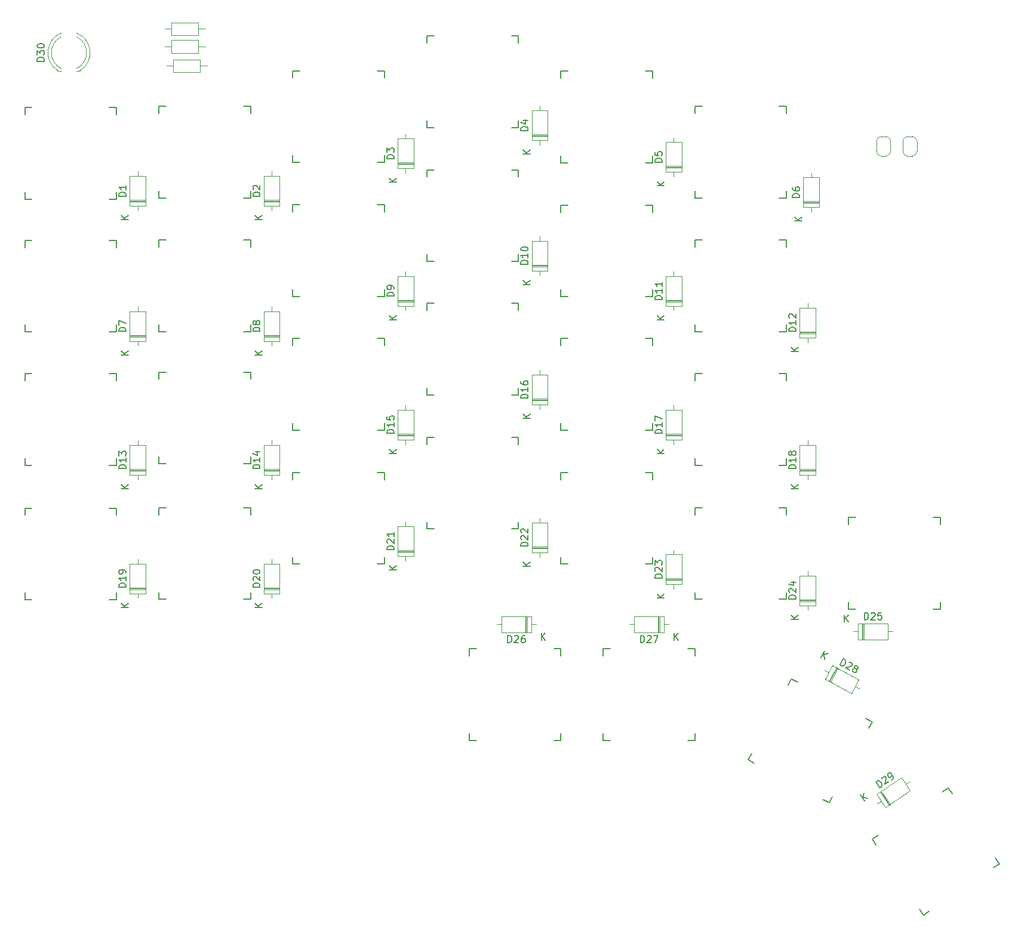
<source format=gbr>
%TF.GenerationSoftware,KiCad,Pcbnew,9.0.1*%
%TF.CreationDate,2025-07-07T00:05:24+02:00*%
%TF.ProjectId,LQS-keyboard,4c51532d-6b65-4796-926f-6172642e6b69,rev?*%
%TF.SameCoordinates,Original*%
%TF.FileFunction,Legend,Top*%
%TF.FilePolarity,Positive*%
%FSLAX46Y46*%
G04 Gerber Fmt 4.6, Leading zero omitted, Abs format (unit mm)*
G04 Created by KiCad (PCBNEW 9.0.1) date 2025-07-07 00:05:24*
%MOMM*%
%LPD*%
G01*
G04 APERTURE LIST*
%ADD10C,0.150000*%
%ADD11C,0.120000*%
%ADD12C,0.140000*%
G04 APERTURE END LIST*
D10*
X172073634Y-117248346D02*
X172543106Y-116365399D01*
X172543106Y-116365399D02*
X172753331Y-116477178D01*
X172753331Y-116477178D02*
X172857111Y-116586290D01*
X172857111Y-116586290D02*
X172896490Y-116715092D01*
X172896490Y-116715092D02*
X172893823Y-116821538D01*
X172893823Y-116821538D02*
X172846445Y-117012074D01*
X172846445Y-117012074D02*
X172779378Y-117138210D01*
X172779378Y-117138210D02*
X172647910Y-117284034D01*
X172647910Y-117284034D02*
X172561153Y-117345769D01*
X172561153Y-117345769D02*
X172432351Y-117385147D01*
X172432351Y-117385147D02*
X172283860Y-117360125D01*
X172283860Y-117360125D02*
X172073634Y-117248346D01*
X173339297Y-116896605D02*
X173403698Y-116876915D01*
X173403698Y-116876915D02*
X173510144Y-116879582D01*
X173510144Y-116879582D02*
X173720369Y-116991361D01*
X173720369Y-116991361D02*
X173782104Y-117078117D01*
X173782104Y-117078117D02*
X173801793Y-117142518D01*
X173801793Y-117142518D02*
X173799127Y-117248964D01*
X173799127Y-117248964D02*
X173754415Y-117333055D01*
X173754415Y-117333055D02*
X173645302Y-117436834D01*
X173645302Y-117436834D02*
X172872492Y-117673106D01*
X172872492Y-117673106D02*
X173419078Y-117963731D01*
X174191889Y-117727459D02*
X174130155Y-117640703D01*
X174130155Y-117640703D02*
X174110465Y-117576302D01*
X174110465Y-117576302D02*
X174113132Y-117469856D01*
X174113132Y-117469856D02*
X174135488Y-117427811D01*
X174135488Y-117427811D02*
X174222244Y-117366076D01*
X174222244Y-117366076D02*
X174286645Y-117346387D01*
X174286645Y-117346387D02*
X174393091Y-117349053D01*
X174393091Y-117349053D02*
X174561272Y-117438477D01*
X174561272Y-117438477D02*
X174623006Y-117525233D01*
X174623006Y-117525233D02*
X174642696Y-117589634D01*
X174642696Y-117589634D02*
X174640029Y-117696080D01*
X174640029Y-117696080D02*
X174617673Y-117738125D01*
X174617673Y-117738125D02*
X174530917Y-117799860D01*
X174530917Y-117799860D02*
X174466516Y-117819549D01*
X174466516Y-117819549D02*
X174360070Y-117816883D01*
X174360070Y-117816883D02*
X174191889Y-117727459D01*
X174191889Y-117727459D02*
X174085443Y-117724793D01*
X174085443Y-117724793D02*
X174021042Y-117744482D01*
X174021042Y-117744482D02*
X173934285Y-117806217D01*
X173934285Y-117806217D02*
X173844862Y-117974397D01*
X173844862Y-117974397D02*
X173842196Y-118080843D01*
X173842196Y-118080843D02*
X173861885Y-118145244D01*
X173861885Y-118145244D02*
X173923620Y-118232001D01*
X173923620Y-118232001D02*
X174091800Y-118321424D01*
X174091800Y-118321424D02*
X174198246Y-118324091D01*
X174198246Y-118324091D02*
X174262647Y-118304401D01*
X174262647Y-118304401D02*
X174349404Y-118242667D01*
X174349404Y-118242667D02*
X174438827Y-118074486D01*
X174438827Y-118074486D02*
X174441493Y-117968040D01*
X174441493Y-117968040D02*
X174421804Y-117903639D01*
X174421804Y-117903639D02*
X174360070Y-117816883D01*
X169400276Y-116189318D02*
X169869747Y-115306370D01*
X169904817Y-116457588D02*
X169794681Y-115751844D01*
X170374289Y-115574640D02*
X169601478Y-115810912D01*
X165834819Y-89404285D02*
X164834819Y-89404285D01*
X164834819Y-89404285D02*
X164834819Y-89166190D01*
X164834819Y-89166190D02*
X164882438Y-89023333D01*
X164882438Y-89023333D02*
X164977676Y-88928095D01*
X164977676Y-88928095D02*
X165072914Y-88880476D01*
X165072914Y-88880476D02*
X165263390Y-88832857D01*
X165263390Y-88832857D02*
X165406247Y-88832857D01*
X165406247Y-88832857D02*
X165596723Y-88880476D01*
X165596723Y-88880476D02*
X165691961Y-88928095D01*
X165691961Y-88928095D02*
X165787200Y-89023333D01*
X165787200Y-89023333D02*
X165834819Y-89166190D01*
X165834819Y-89166190D02*
X165834819Y-89404285D01*
X165834819Y-87880476D02*
X165834819Y-88451904D01*
X165834819Y-88166190D02*
X164834819Y-88166190D01*
X164834819Y-88166190D02*
X164977676Y-88261428D01*
X164977676Y-88261428D02*
X165072914Y-88356666D01*
X165072914Y-88356666D02*
X165120533Y-88451904D01*
X165263390Y-87309047D02*
X165215771Y-87404285D01*
X165215771Y-87404285D02*
X165168152Y-87451904D01*
X165168152Y-87451904D02*
X165072914Y-87499523D01*
X165072914Y-87499523D02*
X165025295Y-87499523D01*
X165025295Y-87499523D02*
X164930057Y-87451904D01*
X164930057Y-87451904D02*
X164882438Y-87404285D01*
X164882438Y-87404285D02*
X164834819Y-87309047D01*
X164834819Y-87309047D02*
X164834819Y-87118571D01*
X164834819Y-87118571D02*
X164882438Y-87023333D01*
X164882438Y-87023333D02*
X164930057Y-86975714D01*
X164930057Y-86975714D02*
X165025295Y-86928095D01*
X165025295Y-86928095D02*
X165072914Y-86928095D01*
X165072914Y-86928095D02*
X165168152Y-86975714D01*
X165168152Y-86975714D02*
X165215771Y-87023333D01*
X165215771Y-87023333D02*
X165263390Y-87118571D01*
X165263390Y-87118571D02*
X165263390Y-87309047D01*
X165263390Y-87309047D02*
X165311009Y-87404285D01*
X165311009Y-87404285D02*
X165358628Y-87451904D01*
X165358628Y-87451904D02*
X165453866Y-87499523D01*
X165453866Y-87499523D02*
X165644342Y-87499523D01*
X165644342Y-87499523D02*
X165739580Y-87451904D01*
X165739580Y-87451904D02*
X165787200Y-87404285D01*
X165787200Y-87404285D02*
X165834819Y-87309047D01*
X165834819Y-87309047D02*
X165834819Y-87118571D01*
X165834819Y-87118571D02*
X165787200Y-87023333D01*
X165787200Y-87023333D02*
X165739580Y-86975714D01*
X165739580Y-86975714D02*
X165644342Y-86928095D01*
X165644342Y-86928095D02*
X165453866Y-86928095D01*
X165453866Y-86928095D02*
X165358628Y-86975714D01*
X165358628Y-86975714D02*
X165311009Y-87023333D01*
X165311009Y-87023333D02*
X165263390Y-87118571D01*
X166154819Y-92261904D02*
X165154819Y-92261904D01*
X166154819Y-91690476D02*
X165583390Y-92119047D01*
X165154819Y-91690476D02*
X165726247Y-92261904D01*
X89834819Y-69928094D02*
X88834819Y-69928094D01*
X88834819Y-69928094D02*
X88834819Y-69689999D01*
X88834819Y-69689999D02*
X88882438Y-69547142D01*
X88882438Y-69547142D02*
X88977676Y-69451904D01*
X88977676Y-69451904D02*
X89072914Y-69404285D01*
X89072914Y-69404285D02*
X89263390Y-69356666D01*
X89263390Y-69356666D02*
X89406247Y-69356666D01*
X89406247Y-69356666D02*
X89596723Y-69404285D01*
X89596723Y-69404285D02*
X89691961Y-69451904D01*
X89691961Y-69451904D02*
X89787200Y-69547142D01*
X89787200Y-69547142D02*
X89834819Y-69689999D01*
X89834819Y-69689999D02*
X89834819Y-69928094D01*
X89263390Y-68785237D02*
X89215771Y-68880475D01*
X89215771Y-68880475D02*
X89168152Y-68928094D01*
X89168152Y-68928094D02*
X89072914Y-68975713D01*
X89072914Y-68975713D02*
X89025295Y-68975713D01*
X89025295Y-68975713D02*
X88930057Y-68928094D01*
X88930057Y-68928094D02*
X88882438Y-68880475D01*
X88882438Y-68880475D02*
X88834819Y-68785237D01*
X88834819Y-68785237D02*
X88834819Y-68594761D01*
X88834819Y-68594761D02*
X88882438Y-68499523D01*
X88882438Y-68499523D02*
X88930057Y-68451904D01*
X88930057Y-68451904D02*
X89025295Y-68404285D01*
X89025295Y-68404285D02*
X89072914Y-68404285D01*
X89072914Y-68404285D02*
X89168152Y-68451904D01*
X89168152Y-68451904D02*
X89215771Y-68499523D01*
X89215771Y-68499523D02*
X89263390Y-68594761D01*
X89263390Y-68594761D02*
X89263390Y-68785237D01*
X89263390Y-68785237D02*
X89311009Y-68880475D01*
X89311009Y-68880475D02*
X89358628Y-68928094D01*
X89358628Y-68928094D02*
X89453866Y-68975713D01*
X89453866Y-68975713D02*
X89644342Y-68975713D01*
X89644342Y-68975713D02*
X89739580Y-68928094D01*
X89739580Y-68928094D02*
X89787200Y-68880475D01*
X89787200Y-68880475D02*
X89834819Y-68785237D01*
X89834819Y-68785237D02*
X89834819Y-68594761D01*
X89834819Y-68594761D02*
X89787200Y-68499523D01*
X89787200Y-68499523D02*
X89739580Y-68451904D01*
X89739580Y-68451904D02*
X89644342Y-68404285D01*
X89644342Y-68404285D02*
X89453866Y-68404285D01*
X89453866Y-68404285D02*
X89358628Y-68451904D01*
X89358628Y-68451904D02*
X89311009Y-68499523D01*
X89311009Y-68499523D02*
X89263390Y-68594761D01*
X90154819Y-73261904D02*
X89154819Y-73261904D01*
X90154819Y-72690476D02*
X89583390Y-73119047D01*
X89154819Y-72690476D02*
X89726247Y-73261904D01*
X146834819Y-104904285D02*
X145834819Y-104904285D01*
X145834819Y-104904285D02*
X145834819Y-104666190D01*
X145834819Y-104666190D02*
X145882438Y-104523333D01*
X145882438Y-104523333D02*
X145977676Y-104428095D01*
X145977676Y-104428095D02*
X146072914Y-104380476D01*
X146072914Y-104380476D02*
X146263390Y-104332857D01*
X146263390Y-104332857D02*
X146406247Y-104332857D01*
X146406247Y-104332857D02*
X146596723Y-104380476D01*
X146596723Y-104380476D02*
X146691961Y-104428095D01*
X146691961Y-104428095D02*
X146787200Y-104523333D01*
X146787200Y-104523333D02*
X146834819Y-104666190D01*
X146834819Y-104666190D02*
X146834819Y-104904285D01*
X145930057Y-103951904D02*
X145882438Y-103904285D01*
X145882438Y-103904285D02*
X145834819Y-103809047D01*
X145834819Y-103809047D02*
X145834819Y-103570952D01*
X145834819Y-103570952D02*
X145882438Y-103475714D01*
X145882438Y-103475714D02*
X145930057Y-103428095D01*
X145930057Y-103428095D02*
X146025295Y-103380476D01*
X146025295Y-103380476D02*
X146120533Y-103380476D01*
X146120533Y-103380476D02*
X146263390Y-103428095D01*
X146263390Y-103428095D02*
X146834819Y-103999523D01*
X146834819Y-103999523D02*
X146834819Y-103380476D01*
X145834819Y-103047142D02*
X145834819Y-102428095D01*
X145834819Y-102428095D02*
X146215771Y-102761428D01*
X146215771Y-102761428D02*
X146215771Y-102618571D01*
X146215771Y-102618571D02*
X146263390Y-102523333D01*
X146263390Y-102523333D02*
X146311009Y-102475714D01*
X146311009Y-102475714D02*
X146406247Y-102428095D01*
X146406247Y-102428095D02*
X146644342Y-102428095D01*
X146644342Y-102428095D02*
X146739580Y-102475714D01*
X146739580Y-102475714D02*
X146787200Y-102523333D01*
X146787200Y-102523333D02*
X146834819Y-102618571D01*
X146834819Y-102618571D02*
X146834819Y-102904285D01*
X146834819Y-102904285D02*
X146787200Y-102999523D01*
X146787200Y-102999523D02*
X146739580Y-103047142D01*
X147154819Y-107761904D02*
X146154819Y-107761904D01*
X147154819Y-107190476D02*
X146583390Y-107619047D01*
X146154819Y-107190476D02*
X146726247Y-107761904D01*
X70834819Y-50738093D02*
X69834819Y-50738093D01*
X69834819Y-50738093D02*
X69834819Y-50499998D01*
X69834819Y-50499998D02*
X69882438Y-50357141D01*
X69882438Y-50357141D02*
X69977676Y-50261903D01*
X69977676Y-50261903D02*
X70072914Y-50214284D01*
X70072914Y-50214284D02*
X70263390Y-50166665D01*
X70263390Y-50166665D02*
X70406247Y-50166665D01*
X70406247Y-50166665D02*
X70596723Y-50214284D01*
X70596723Y-50214284D02*
X70691961Y-50261903D01*
X70691961Y-50261903D02*
X70787200Y-50357141D01*
X70787200Y-50357141D02*
X70834819Y-50499998D01*
X70834819Y-50499998D02*
X70834819Y-50738093D01*
X70834819Y-49214284D02*
X70834819Y-49785712D01*
X70834819Y-49499998D02*
X69834819Y-49499998D01*
X69834819Y-49499998D02*
X69977676Y-49595236D01*
X69977676Y-49595236D02*
X70072914Y-49690474D01*
X70072914Y-49690474D02*
X70120533Y-49785712D01*
X71154819Y-54071903D02*
X70154819Y-54071903D01*
X71154819Y-53500475D02*
X70583390Y-53929046D01*
X70154819Y-53500475D02*
X70726247Y-54071903D01*
X108834819Y-45428094D02*
X107834819Y-45428094D01*
X107834819Y-45428094D02*
X107834819Y-45189999D01*
X107834819Y-45189999D02*
X107882438Y-45047142D01*
X107882438Y-45047142D02*
X107977676Y-44951904D01*
X107977676Y-44951904D02*
X108072914Y-44904285D01*
X108072914Y-44904285D02*
X108263390Y-44856666D01*
X108263390Y-44856666D02*
X108406247Y-44856666D01*
X108406247Y-44856666D02*
X108596723Y-44904285D01*
X108596723Y-44904285D02*
X108691961Y-44951904D01*
X108691961Y-44951904D02*
X108787200Y-45047142D01*
X108787200Y-45047142D02*
X108834819Y-45189999D01*
X108834819Y-45189999D02*
X108834819Y-45428094D01*
X107834819Y-44523332D02*
X107834819Y-43904285D01*
X107834819Y-43904285D02*
X108215771Y-44237618D01*
X108215771Y-44237618D02*
X108215771Y-44094761D01*
X108215771Y-44094761D02*
X108263390Y-43999523D01*
X108263390Y-43999523D02*
X108311009Y-43951904D01*
X108311009Y-43951904D02*
X108406247Y-43904285D01*
X108406247Y-43904285D02*
X108644342Y-43904285D01*
X108644342Y-43904285D02*
X108739580Y-43951904D01*
X108739580Y-43951904D02*
X108787200Y-43999523D01*
X108787200Y-43999523D02*
X108834819Y-44094761D01*
X108834819Y-44094761D02*
X108834819Y-44380475D01*
X108834819Y-44380475D02*
X108787200Y-44475713D01*
X108787200Y-44475713D02*
X108739580Y-44523332D01*
X109154819Y-48761904D02*
X108154819Y-48761904D01*
X109154819Y-48190476D02*
X108583390Y-48619047D01*
X108154819Y-48190476D02*
X108726247Y-48761904D01*
X89834819Y-50738094D02*
X88834819Y-50738094D01*
X88834819Y-50738094D02*
X88834819Y-50499999D01*
X88834819Y-50499999D02*
X88882438Y-50357142D01*
X88882438Y-50357142D02*
X88977676Y-50261904D01*
X88977676Y-50261904D02*
X89072914Y-50214285D01*
X89072914Y-50214285D02*
X89263390Y-50166666D01*
X89263390Y-50166666D02*
X89406247Y-50166666D01*
X89406247Y-50166666D02*
X89596723Y-50214285D01*
X89596723Y-50214285D02*
X89691961Y-50261904D01*
X89691961Y-50261904D02*
X89787200Y-50357142D01*
X89787200Y-50357142D02*
X89834819Y-50499999D01*
X89834819Y-50499999D02*
X89834819Y-50738094D01*
X88930057Y-49785713D02*
X88882438Y-49738094D01*
X88882438Y-49738094D02*
X88834819Y-49642856D01*
X88834819Y-49642856D02*
X88834819Y-49404761D01*
X88834819Y-49404761D02*
X88882438Y-49309523D01*
X88882438Y-49309523D02*
X88930057Y-49261904D01*
X88930057Y-49261904D02*
X89025295Y-49214285D01*
X89025295Y-49214285D02*
X89120533Y-49214285D01*
X89120533Y-49214285D02*
X89263390Y-49261904D01*
X89263390Y-49261904D02*
X89834819Y-49833332D01*
X89834819Y-49833332D02*
X89834819Y-49214285D01*
X90154819Y-54071904D02*
X89154819Y-54071904D01*
X90154819Y-53500476D02*
X89583390Y-53929047D01*
X89154819Y-53500476D02*
X89726247Y-54071904D01*
X127834819Y-60404285D02*
X126834819Y-60404285D01*
X126834819Y-60404285D02*
X126834819Y-60166190D01*
X126834819Y-60166190D02*
X126882438Y-60023333D01*
X126882438Y-60023333D02*
X126977676Y-59928095D01*
X126977676Y-59928095D02*
X127072914Y-59880476D01*
X127072914Y-59880476D02*
X127263390Y-59832857D01*
X127263390Y-59832857D02*
X127406247Y-59832857D01*
X127406247Y-59832857D02*
X127596723Y-59880476D01*
X127596723Y-59880476D02*
X127691961Y-59928095D01*
X127691961Y-59928095D02*
X127787200Y-60023333D01*
X127787200Y-60023333D02*
X127834819Y-60166190D01*
X127834819Y-60166190D02*
X127834819Y-60404285D01*
X127834819Y-58880476D02*
X127834819Y-59451904D01*
X127834819Y-59166190D02*
X126834819Y-59166190D01*
X126834819Y-59166190D02*
X126977676Y-59261428D01*
X126977676Y-59261428D02*
X127072914Y-59356666D01*
X127072914Y-59356666D02*
X127120533Y-59451904D01*
X126834819Y-58261428D02*
X126834819Y-58166190D01*
X126834819Y-58166190D02*
X126882438Y-58070952D01*
X126882438Y-58070952D02*
X126930057Y-58023333D01*
X126930057Y-58023333D02*
X127025295Y-57975714D01*
X127025295Y-57975714D02*
X127215771Y-57928095D01*
X127215771Y-57928095D02*
X127453866Y-57928095D01*
X127453866Y-57928095D02*
X127644342Y-57975714D01*
X127644342Y-57975714D02*
X127739580Y-58023333D01*
X127739580Y-58023333D02*
X127787200Y-58070952D01*
X127787200Y-58070952D02*
X127834819Y-58166190D01*
X127834819Y-58166190D02*
X127834819Y-58261428D01*
X127834819Y-58261428D02*
X127787200Y-58356666D01*
X127787200Y-58356666D02*
X127739580Y-58404285D01*
X127739580Y-58404285D02*
X127644342Y-58451904D01*
X127644342Y-58451904D02*
X127453866Y-58499523D01*
X127453866Y-58499523D02*
X127215771Y-58499523D01*
X127215771Y-58499523D02*
X127025295Y-58451904D01*
X127025295Y-58451904D02*
X126930057Y-58404285D01*
X126930057Y-58404285D02*
X126882438Y-58356666D01*
X126882438Y-58356666D02*
X126834819Y-58261428D01*
X128154819Y-63261904D02*
X127154819Y-63261904D01*
X128154819Y-62690476D02*
X127583390Y-63119047D01*
X127154819Y-62690476D02*
X127726247Y-63261904D01*
X70834819Y-89404285D02*
X69834819Y-89404285D01*
X69834819Y-89404285D02*
X69834819Y-89166190D01*
X69834819Y-89166190D02*
X69882438Y-89023333D01*
X69882438Y-89023333D02*
X69977676Y-88928095D01*
X69977676Y-88928095D02*
X70072914Y-88880476D01*
X70072914Y-88880476D02*
X70263390Y-88832857D01*
X70263390Y-88832857D02*
X70406247Y-88832857D01*
X70406247Y-88832857D02*
X70596723Y-88880476D01*
X70596723Y-88880476D02*
X70691961Y-88928095D01*
X70691961Y-88928095D02*
X70787200Y-89023333D01*
X70787200Y-89023333D02*
X70834819Y-89166190D01*
X70834819Y-89166190D02*
X70834819Y-89404285D01*
X70834819Y-87880476D02*
X70834819Y-88451904D01*
X70834819Y-88166190D02*
X69834819Y-88166190D01*
X69834819Y-88166190D02*
X69977676Y-88261428D01*
X69977676Y-88261428D02*
X70072914Y-88356666D01*
X70072914Y-88356666D02*
X70120533Y-88451904D01*
X69834819Y-87547142D02*
X69834819Y-86928095D01*
X69834819Y-86928095D02*
X70215771Y-87261428D01*
X70215771Y-87261428D02*
X70215771Y-87118571D01*
X70215771Y-87118571D02*
X70263390Y-87023333D01*
X70263390Y-87023333D02*
X70311009Y-86975714D01*
X70311009Y-86975714D02*
X70406247Y-86928095D01*
X70406247Y-86928095D02*
X70644342Y-86928095D01*
X70644342Y-86928095D02*
X70739580Y-86975714D01*
X70739580Y-86975714D02*
X70787200Y-87023333D01*
X70787200Y-87023333D02*
X70834819Y-87118571D01*
X70834819Y-87118571D02*
X70834819Y-87404285D01*
X70834819Y-87404285D02*
X70787200Y-87499523D01*
X70787200Y-87499523D02*
X70739580Y-87547142D01*
X71154819Y-92261904D02*
X70154819Y-92261904D01*
X71154819Y-91690476D02*
X70583390Y-92119047D01*
X70154819Y-91690476D02*
X70726247Y-92261904D01*
X146834819Y-65404285D02*
X145834819Y-65404285D01*
X145834819Y-65404285D02*
X145834819Y-65166190D01*
X145834819Y-65166190D02*
X145882438Y-65023333D01*
X145882438Y-65023333D02*
X145977676Y-64928095D01*
X145977676Y-64928095D02*
X146072914Y-64880476D01*
X146072914Y-64880476D02*
X146263390Y-64832857D01*
X146263390Y-64832857D02*
X146406247Y-64832857D01*
X146406247Y-64832857D02*
X146596723Y-64880476D01*
X146596723Y-64880476D02*
X146691961Y-64928095D01*
X146691961Y-64928095D02*
X146787200Y-65023333D01*
X146787200Y-65023333D02*
X146834819Y-65166190D01*
X146834819Y-65166190D02*
X146834819Y-65404285D01*
X146834819Y-63880476D02*
X146834819Y-64451904D01*
X146834819Y-64166190D02*
X145834819Y-64166190D01*
X145834819Y-64166190D02*
X145977676Y-64261428D01*
X145977676Y-64261428D02*
X146072914Y-64356666D01*
X146072914Y-64356666D02*
X146120533Y-64451904D01*
X146834819Y-62928095D02*
X146834819Y-63499523D01*
X146834819Y-63213809D02*
X145834819Y-63213809D01*
X145834819Y-63213809D02*
X145977676Y-63309047D01*
X145977676Y-63309047D02*
X146072914Y-63404285D01*
X146072914Y-63404285D02*
X146120533Y-63499523D01*
X147154819Y-68261904D02*
X146154819Y-68261904D01*
X147154819Y-67690476D02*
X146583390Y-68119047D01*
X146154819Y-67690476D02*
X146726247Y-68261904D01*
X146834819Y-45928094D02*
X145834819Y-45928094D01*
X145834819Y-45928094D02*
X145834819Y-45689999D01*
X145834819Y-45689999D02*
X145882438Y-45547142D01*
X145882438Y-45547142D02*
X145977676Y-45451904D01*
X145977676Y-45451904D02*
X146072914Y-45404285D01*
X146072914Y-45404285D02*
X146263390Y-45356666D01*
X146263390Y-45356666D02*
X146406247Y-45356666D01*
X146406247Y-45356666D02*
X146596723Y-45404285D01*
X146596723Y-45404285D02*
X146691961Y-45451904D01*
X146691961Y-45451904D02*
X146787200Y-45547142D01*
X146787200Y-45547142D02*
X146834819Y-45689999D01*
X146834819Y-45689999D02*
X146834819Y-45928094D01*
X145834819Y-44451904D02*
X145834819Y-44928094D01*
X145834819Y-44928094D02*
X146311009Y-44975713D01*
X146311009Y-44975713D02*
X146263390Y-44928094D01*
X146263390Y-44928094D02*
X146215771Y-44832856D01*
X146215771Y-44832856D02*
X146215771Y-44594761D01*
X146215771Y-44594761D02*
X146263390Y-44499523D01*
X146263390Y-44499523D02*
X146311009Y-44451904D01*
X146311009Y-44451904D02*
X146406247Y-44404285D01*
X146406247Y-44404285D02*
X146644342Y-44404285D01*
X146644342Y-44404285D02*
X146739580Y-44451904D01*
X146739580Y-44451904D02*
X146787200Y-44499523D01*
X146787200Y-44499523D02*
X146834819Y-44594761D01*
X146834819Y-44594761D02*
X146834819Y-44832856D01*
X146834819Y-44832856D02*
X146787200Y-44928094D01*
X146787200Y-44928094D02*
X146739580Y-44975713D01*
X147154819Y-49261904D02*
X146154819Y-49261904D01*
X147154819Y-48690476D02*
X146583390Y-49119047D01*
X146154819Y-48690476D02*
X146726247Y-49261904D01*
X175535714Y-110834819D02*
X175535714Y-109834819D01*
X175535714Y-109834819D02*
X175773809Y-109834819D01*
X175773809Y-109834819D02*
X175916666Y-109882438D01*
X175916666Y-109882438D02*
X176011904Y-109977676D01*
X176011904Y-109977676D02*
X176059523Y-110072914D01*
X176059523Y-110072914D02*
X176107142Y-110263390D01*
X176107142Y-110263390D02*
X176107142Y-110406247D01*
X176107142Y-110406247D02*
X176059523Y-110596723D01*
X176059523Y-110596723D02*
X176011904Y-110691961D01*
X176011904Y-110691961D02*
X175916666Y-110787200D01*
X175916666Y-110787200D02*
X175773809Y-110834819D01*
X175773809Y-110834819D02*
X175535714Y-110834819D01*
X176488095Y-109930057D02*
X176535714Y-109882438D01*
X176535714Y-109882438D02*
X176630952Y-109834819D01*
X176630952Y-109834819D02*
X176869047Y-109834819D01*
X176869047Y-109834819D02*
X176964285Y-109882438D01*
X176964285Y-109882438D02*
X177011904Y-109930057D01*
X177011904Y-109930057D02*
X177059523Y-110025295D01*
X177059523Y-110025295D02*
X177059523Y-110120533D01*
X177059523Y-110120533D02*
X177011904Y-110263390D01*
X177011904Y-110263390D02*
X176440476Y-110834819D01*
X176440476Y-110834819D02*
X177059523Y-110834819D01*
X177964285Y-109834819D02*
X177488095Y-109834819D01*
X177488095Y-109834819D02*
X177440476Y-110311009D01*
X177440476Y-110311009D02*
X177488095Y-110263390D01*
X177488095Y-110263390D02*
X177583333Y-110215771D01*
X177583333Y-110215771D02*
X177821428Y-110215771D01*
X177821428Y-110215771D02*
X177916666Y-110263390D01*
X177916666Y-110263390D02*
X177964285Y-110311009D01*
X177964285Y-110311009D02*
X178011904Y-110406247D01*
X178011904Y-110406247D02*
X178011904Y-110644342D01*
X178011904Y-110644342D02*
X177964285Y-110739580D01*
X177964285Y-110739580D02*
X177916666Y-110787200D01*
X177916666Y-110787200D02*
X177821428Y-110834819D01*
X177821428Y-110834819D02*
X177583333Y-110834819D01*
X177583333Y-110834819D02*
X177488095Y-110787200D01*
X177488095Y-110787200D02*
X177440476Y-110739580D01*
X172678095Y-111154819D02*
X172678095Y-110154819D01*
X173249523Y-111154819D02*
X172820952Y-110583390D01*
X173249523Y-110154819D02*
X172678095Y-110726247D01*
X127834819Y-100404285D02*
X126834819Y-100404285D01*
X126834819Y-100404285D02*
X126834819Y-100166190D01*
X126834819Y-100166190D02*
X126882438Y-100023333D01*
X126882438Y-100023333D02*
X126977676Y-99928095D01*
X126977676Y-99928095D02*
X127072914Y-99880476D01*
X127072914Y-99880476D02*
X127263390Y-99832857D01*
X127263390Y-99832857D02*
X127406247Y-99832857D01*
X127406247Y-99832857D02*
X127596723Y-99880476D01*
X127596723Y-99880476D02*
X127691961Y-99928095D01*
X127691961Y-99928095D02*
X127787200Y-100023333D01*
X127787200Y-100023333D02*
X127834819Y-100166190D01*
X127834819Y-100166190D02*
X127834819Y-100404285D01*
X126930057Y-99451904D02*
X126882438Y-99404285D01*
X126882438Y-99404285D02*
X126834819Y-99309047D01*
X126834819Y-99309047D02*
X126834819Y-99070952D01*
X126834819Y-99070952D02*
X126882438Y-98975714D01*
X126882438Y-98975714D02*
X126930057Y-98928095D01*
X126930057Y-98928095D02*
X127025295Y-98880476D01*
X127025295Y-98880476D02*
X127120533Y-98880476D01*
X127120533Y-98880476D02*
X127263390Y-98928095D01*
X127263390Y-98928095D02*
X127834819Y-99499523D01*
X127834819Y-99499523D02*
X127834819Y-98880476D01*
X126930057Y-98499523D02*
X126882438Y-98451904D01*
X126882438Y-98451904D02*
X126834819Y-98356666D01*
X126834819Y-98356666D02*
X126834819Y-98118571D01*
X126834819Y-98118571D02*
X126882438Y-98023333D01*
X126882438Y-98023333D02*
X126930057Y-97975714D01*
X126930057Y-97975714D02*
X127025295Y-97928095D01*
X127025295Y-97928095D02*
X127120533Y-97928095D01*
X127120533Y-97928095D02*
X127263390Y-97975714D01*
X127263390Y-97975714D02*
X127834819Y-98547142D01*
X127834819Y-98547142D02*
X127834819Y-97928095D01*
X128154819Y-103261904D02*
X127154819Y-103261904D01*
X128154819Y-102690476D02*
X127583390Y-103119047D01*
X127154819Y-102690476D02*
X127726247Y-103261904D01*
X146834819Y-84404285D02*
X145834819Y-84404285D01*
X145834819Y-84404285D02*
X145834819Y-84166190D01*
X145834819Y-84166190D02*
X145882438Y-84023333D01*
X145882438Y-84023333D02*
X145977676Y-83928095D01*
X145977676Y-83928095D02*
X146072914Y-83880476D01*
X146072914Y-83880476D02*
X146263390Y-83832857D01*
X146263390Y-83832857D02*
X146406247Y-83832857D01*
X146406247Y-83832857D02*
X146596723Y-83880476D01*
X146596723Y-83880476D02*
X146691961Y-83928095D01*
X146691961Y-83928095D02*
X146787200Y-84023333D01*
X146787200Y-84023333D02*
X146834819Y-84166190D01*
X146834819Y-84166190D02*
X146834819Y-84404285D01*
X146834819Y-82880476D02*
X146834819Y-83451904D01*
X146834819Y-83166190D02*
X145834819Y-83166190D01*
X145834819Y-83166190D02*
X145977676Y-83261428D01*
X145977676Y-83261428D02*
X146072914Y-83356666D01*
X146072914Y-83356666D02*
X146120533Y-83451904D01*
X145834819Y-82547142D02*
X145834819Y-81880476D01*
X145834819Y-81880476D02*
X146834819Y-82309047D01*
X147154819Y-87261904D02*
X146154819Y-87261904D01*
X147154819Y-86690476D02*
X146583390Y-87119047D01*
X146154819Y-86690476D02*
X146726247Y-87261904D01*
X59244819Y-31588785D02*
X58244819Y-31588785D01*
X58244819Y-31588785D02*
X58244819Y-31350690D01*
X58244819Y-31350690D02*
X58292438Y-31207833D01*
X58292438Y-31207833D02*
X58387676Y-31112595D01*
X58387676Y-31112595D02*
X58482914Y-31064976D01*
X58482914Y-31064976D02*
X58673390Y-31017357D01*
X58673390Y-31017357D02*
X58816247Y-31017357D01*
X58816247Y-31017357D02*
X59006723Y-31064976D01*
X59006723Y-31064976D02*
X59101961Y-31112595D01*
X59101961Y-31112595D02*
X59197200Y-31207833D01*
X59197200Y-31207833D02*
X59244819Y-31350690D01*
X59244819Y-31350690D02*
X59244819Y-31588785D01*
X58244819Y-30684023D02*
X58244819Y-30064976D01*
X58244819Y-30064976D02*
X58625771Y-30398309D01*
X58625771Y-30398309D02*
X58625771Y-30255452D01*
X58625771Y-30255452D02*
X58673390Y-30160214D01*
X58673390Y-30160214D02*
X58721009Y-30112595D01*
X58721009Y-30112595D02*
X58816247Y-30064976D01*
X58816247Y-30064976D02*
X59054342Y-30064976D01*
X59054342Y-30064976D02*
X59149580Y-30112595D01*
X59149580Y-30112595D02*
X59197200Y-30160214D01*
X59197200Y-30160214D02*
X59244819Y-30255452D01*
X59244819Y-30255452D02*
X59244819Y-30541166D01*
X59244819Y-30541166D02*
X59197200Y-30636404D01*
X59197200Y-30636404D02*
X59149580Y-30684023D01*
X58244819Y-29445928D02*
X58244819Y-29350690D01*
X58244819Y-29350690D02*
X58292438Y-29255452D01*
X58292438Y-29255452D02*
X58340057Y-29207833D01*
X58340057Y-29207833D02*
X58435295Y-29160214D01*
X58435295Y-29160214D02*
X58625771Y-29112595D01*
X58625771Y-29112595D02*
X58863866Y-29112595D01*
X58863866Y-29112595D02*
X59054342Y-29160214D01*
X59054342Y-29160214D02*
X59149580Y-29207833D01*
X59149580Y-29207833D02*
X59197200Y-29255452D01*
X59197200Y-29255452D02*
X59244819Y-29350690D01*
X59244819Y-29350690D02*
X59244819Y-29445928D01*
X59244819Y-29445928D02*
X59197200Y-29541166D01*
X59197200Y-29541166D02*
X59149580Y-29588785D01*
X59149580Y-29588785D02*
X59054342Y-29636404D01*
X59054342Y-29636404D02*
X58863866Y-29684023D01*
X58863866Y-29684023D02*
X58625771Y-29684023D01*
X58625771Y-29684023D02*
X58435295Y-29636404D01*
X58435295Y-29636404D02*
X58340057Y-29588785D01*
X58340057Y-29588785D02*
X58292438Y-29541166D01*
X58292438Y-29541166D02*
X58244819Y-29445928D01*
X166334819Y-50928094D02*
X165334819Y-50928094D01*
X165334819Y-50928094D02*
X165334819Y-50689999D01*
X165334819Y-50689999D02*
X165382438Y-50547142D01*
X165382438Y-50547142D02*
X165477676Y-50451904D01*
X165477676Y-50451904D02*
X165572914Y-50404285D01*
X165572914Y-50404285D02*
X165763390Y-50356666D01*
X165763390Y-50356666D02*
X165906247Y-50356666D01*
X165906247Y-50356666D02*
X166096723Y-50404285D01*
X166096723Y-50404285D02*
X166191961Y-50451904D01*
X166191961Y-50451904D02*
X166287200Y-50547142D01*
X166287200Y-50547142D02*
X166334819Y-50689999D01*
X166334819Y-50689999D02*
X166334819Y-50928094D01*
X165334819Y-49499523D02*
X165334819Y-49689999D01*
X165334819Y-49689999D02*
X165382438Y-49785237D01*
X165382438Y-49785237D02*
X165430057Y-49832856D01*
X165430057Y-49832856D02*
X165572914Y-49928094D01*
X165572914Y-49928094D02*
X165763390Y-49975713D01*
X165763390Y-49975713D02*
X166144342Y-49975713D01*
X166144342Y-49975713D02*
X166239580Y-49928094D01*
X166239580Y-49928094D02*
X166287200Y-49880475D01*
X166287200Y-49880475D02*
X166334819Y-49785237D01*
X166334819Y-49785237D02*
X166334819Y-49594761D01*
X166334819Y-49594761D02*
X166287200Y-49499523D01*
X166287200Y-49499523D02*
X166239580Y-49451904D01*
X166239580Y-49451904D02*
X166144342Y-49404285D01*
X166144342Y-49404285D02*
X165906247Y-49404285D01*
X165906247Y-49404285D02*
X165811009Y-49451904D01*
X165811009Y-49451904D02*
X165763390Y-49499523D01*
X165763390Y-49499523D02*
X165715771Y-49594761D01*
X165715771Y-49594761D02*
X165715771Y-49785237D01*
X165715771Y-49785237D02*
X165763390Y-49880475D01*
X165763390Y-49880475D02*
X165811009Y-49928094D01*
X165811009Y-49928094D02*
X165906247Y-49975713D01*
X166654819Y-54261904D02*
X165654819Y-54261904D01*
X166654819Y-53690476D02*
X166083390Y-54119047D01*
X165654819Y-53690476D02*
X166226247Y-54261904D01*
X70834819Y-106214285D02*
X69834819Y-106214285D01*
X69834819Y-106214285D02*
X69834819Y-105976190D01*
X69834819Y-105976190D02*
X69882438Y-105833333D01*
X69882438Y-105833333D02*
X69977676Y-105738095D01*
X69977676Y-105738095D02*
X70072914Y-105690476D01*
X70072914Y-105690476D02*
X70263390Y-105642857D01*
X70263390Y-105642857D02*
X70406247Y-105642857D01*
X70406247Y-105642857D02*
X70596723Y-105690476D01*
X70596723Y-105690476D02*
X70691961Y-105738095D01*
X70691961Y-105738095D02*
X70787200Y-105833333D01*
X70787200Y-105833333D02*
X70834819Y-105976190D01*
X70834819Y-105976190D02*
X70834819Y-106214285D01*
X70834819Y-104690476D02*
X70834819Y-105261904D01*
X70834819Y-104976190D02*
X69834819Y-104976190D01*
X69834819Y-104976190D02*
X69977676Y-105071428D01*
X69977676Y-105071428D02*
X70072914Y-105166666D01*
X70072914Y-105166666D02*
X70120533Y-105261904D01*
X70834819Y-104214285D02*
X70834819Y-104023809D01*
X70834819Y-104023809D02*
X70787200Y-103928571D01*
X70787200Y-103928571D02*
X70739580Y-103880952D01*
X70739580Y-103880952D02*
X70596723Y-103785714D01*
X70596723Y-103785714D02*
X70406247Y-103738095D01*
X70406247Y-103738095D02*
X70025295Y-103738095D01*
X70025295Y-103738095D02*
X69930057Y-103785714D01*
X69930057Y-103785714D02*
X69882438Y-103833333D01*
X69882438Y-103833333D02*
X69834819Y-103928571D01*
X69834819Y-103928571D02*
X69834819Y-104119047D01*
X69834819Y-104119047D02*
X69882438Y-104214285D01*
X69882438Y-104214285D02*
X69930057Y-104261904D01*
X69930057Y-104261904D02*
X70025295Y-104309523D01*
X70025295Y-104309523D02*
X70263390Y-104309523D01*
X70263390Y-104309523D02*
X70358628Y-104261904D01*
X70358628Y-104261904D02*
X70406247Y-104214285D01*
X70406247Y-104214285D02*
X70453866Y-104119047D01*
X70453866Y-104119047D02*
X70453866Y-103928571D01*
X70453866Y-103928571D02*
X70406247Y-103833333D01*
X70406247Y-103833333D02*
X70358628Y-103785714D01*
X70358628Y-103785714D02*
X70263390Y-103738095D01*
X71154819Y-109071904D02*
X70154819Y-109071904D01*
X71154819Y-108500476D02*
X70583390Y-108929047D01*
X70154819Y-108500476D02*
X70726247Y-109071904D01*
X127834819Y-79404285D02*
X126834819Y-79404285D01*
X126834819Y-79404285D02*
X126834819Y-79166190D01*
X126834819Y-79166190D02*
X126882438Y-79023333D01*
X126882438Y-79023333D02*
X126977676Y-78928095D01*
X126977676Y-78928095D02*
X127072914Y-78880476D01*
X127072914Y-78880476D02*
X127263390Y-78832857D01*
X127263390Y-78832857D02*
X127406247Y-78832857D01*
X127406247Y-78832857D02*
X127596723Y-78880476D01*
X127596723Y-78880476D02*
X127691961Y-78928095D01*
X127691961Y-78928095D02*
X127787200Y-79023333D01*
X127787200Y-79023333D02*
X127834819Y-79166190D01*
X127834819Y-79166190D02*
X127834819Y-79404285D01*
X127834819Y-77880476D02*
X127834819Y-78451904D01*
X127834819Y-78166190D02*
X126834819Y-78166190D01*
X126834819Y-78166190D02*
X126977676Y-78261428D01*
X126977676Y-78261428D02*
X127072914Y-78356666D01*
X127072914Y-78356666D02*
X127120533Y-78451904D01*
X126834819Y-77023333D02*
X126834819Y-77213809D01*
X126834819Y-77213809D02*
X126882438Y-77309047D01*
X126882438Y-77309047D02*
X126930057Y-77356666D01*
X126930057Y-77356666D02*
X127072914Y-77451904D01*
X127072914Y-77451904D02*
X127263390Y-77499523D01*
X127263390Y-77499523D02*
X127644342Y-77499523D01*
X127644342Y-77499523D02*
X127739580Y-77451904D01*
X127739580Y-77451904D02*
X127787200Y-77404285D01*
X127787200Y-77404285D02*
X127834819Y-77309047D01*
X127834819Y-77309047D02*
X127834819Y-77118571D01*
X127834819Y-77118571D02*
X127787200Y-77023333D01*
X127787200Y-77023333D02*
X127739580Y-76975714D01*
X127739580Y-76975714D02*
X127644342Y-76928095D01*
X127644342Y-76928095D02*
X127406247Y-76928095D01*
X127406247Y-76928095D02*
X127311009Y-76975714D01*
X127311009Y-76975714D02*
X127263390Y-77023333D01*
X127263390Y-77023333D02*
X127215771Y-77118571D01*
X127215771Y-77118571D02*
X127215771Y-77309047D01*
X127215771Y-77309047D02*
X127263390Y-77404285D01*
X127263390Y-77404285D02*
X127311009Y-77451904D01*
X127311009Y-77451904D02*
X127406247Y-77499523D01*
X128154819Y-82261904D02*
X127154819Y-82261904D01*
X128154819Y-81690476D02*
X127583390Y-82119047D01*
X127154819Y-81690476D02*
X127726247Y-82261904D01*
X143785714Y-114074819D02*
X143785714Y-113074819D01*
X143785714Y-113074819D02*
X144023809Y-113074819D01*
X144023809Y-113074819D02*
X144166666Y-113122438D01*
X144166666Y-113122438D02*
X144261904Y-113217676D01*
X144261904Y-113217676D02*
X144309523Y-113312914D01*
X144309523Y-113312914D02*
X144357142Y-113503390D01*
X144357142Y-113503390D02*
X144357142Y-113646247D01*
X144357142Y-113646247D02*
X144309523Y-113836723D01*
X144309523Y-113836723D02*
X144261904Y-113931961D01*
X144261904Y-113931961D02*
X144166666Y-114027200D01*
X144166666Y-114027200D02*
X144023809Y-114074819D01*
X144023809Y-114074819D02*
X143785714Y-114074819D01*
X144738095Y-113170057D02*
X144785714Y-113122438D01*
X144785714Y-113122438D02*
X144880952Y-113074819D01*
X144880952Y-113074819D02*
X145119047Y-113074819D01*
X145119047Y-113074819D02*
X145214285Y-113122438D01*
X145214285Y-113122438D02*
X145261904Y-113170057D01*
X145261904Y-113170057D02*
X145309523Y-113265295D01*
X145309523Y-113265295D02*
X145309523Y-113360533D01*
X145309523Y-113360533D02*
X145261904Y-113503390D01*
X145261904Y-113503390D02*
X144690476Y-114074819D01*
X144690476Y-114074819D02*
X145309523Y-114074819D01*
X145642857Y-113074819D02*
X146309523Y-113074819D01*
X146309523Y-113074819D02*
X145880952Y-114074819D01*
X148548095Y-113754819D02*
X148548095Y-112754819D01*
X149119523Y-113754819D02*
X148690952Y-113183390D01*
X149119523Y-112754819D02*
X148548095Y-113326247D01*
X127834819Y-41428094D02*
X126834819Y-41428094D01*
X126834819Y-41428094D02*
X126834819Y-41189999D01*
X126834819Y-41189999D02*
X126882438Y-41047142D01*
X126882438Y-41047142D02*
X126977676Y-40951904D01*
X126977676Y-40951904D02*
X127072914Y-40904285D01*
X127072914Y-40904285D02*
X127263390Y-40856666D01*
X127263390Y-40856666D02*
X127406247Y-40856666D01*
X127406247Y-40856666D02*
X127596723Y-40904285D01*
X127596723Y-40904285D02*
X127691961Y-40951904D01*
X127691961Y-40951904D02*
X127787200Y-41047142D01*
X127787200Y-41047142D02*
X127834819Y-41189999D01*
X127834819Y-41189999D02*
X127834819Y-41428094D01*
X127168152Y-39999523D02*
X127834819Y-39999523D01*
X126787200Y-40237618D02*
X127501485Y-40475713D01*
X127501485Y-40475713D02*
X127501485Y-39856666D01*
X128154819Y-44761904D02*
X127154819Y-44761904D01*
X128154819Y-44190476D02*
X127583390Y-44619047D01*
X127154819Y-44190476D02*
X127726247Y-44761904D01*
X177720787Y-134667997D02*
X177161594Y-133838959D01*
X177161594Y-133838959D02*
X177358984Y-133705818D01*
X177358984Y-133705818D02*
X177504046Y-133665411D01*
X177504046Y-133665411D02*
X177636258Y-133691111D01*
X177636258Y-133691111D02*
X177728993Y-133743438D01*
X177728993Y-133743438D02*
X177874984Y-133874722D01*
X177874984Y-133874722D02*
X177954868Y-133993156D01*
X177954868Y-133993156D02*
X178021903Y-134177696D01*
X178021903Y-134177696D02*
X178035682Y-134283280D01*
X178035682Y-134283280D02*
X178009982Y-134415493D01*
X178009982Y-134415493D02*
X177918176Y-134534855D01*
X177918176Y-134534855D02*
X177720787Y-134667997D01*
X178004410Y-133385350D02*
X178017259Y-133319244D01*
X178017259Y-133319244D02*
X178069587Y-133226510D01*
X178069587Y-133226510D02*
X178266977Y-133093368D01*
X178266977Y-133093368D02*
X178372561Y-133079590D01*
X178372561Y-133079590D02*
X178438667Y-133092440D01*
X178438667Y-133092440D02*
X178531402Y-133144767D01*
X178531402Y-133144767D02*
X178584658Y-133223723D01*
X178584658Y-133223723D02*
X178625065Y-133368786D01*
X178625065Y-133368786D02*
X178470868Y-134162060D01*
X178470868Y-134162060D02*
X178984082Y-133815893D01*
X179378862Y-133549611D02*
X179536774Y-133443098D01*
X179536774Y-133443098D02*
X179589101Y-133350363D01*
X179589101Y-133350363D02*
X179601951Y-133284257D01*
X179601951Y-133284257D02*
X179601022Y-133112567D01*
X179601022Y-133112567D02*
X179533987Y-132928027D01*
X179533987Y-132928027D02*
X179320962Y-132612203D01*
X179320962Y-132612203D02*
X179228227Y-132559875D01*
X179228227Y-132559875D02*
X179162121Y-132547025D01*
X179162121Y-132547025D02*
X179056537Y-132560804D01*
X179056537Y-132560804D02*
X178898625Y-132667317D01*
X178898625Y-132667317D02*
X178846297Y-132760051D01*
X178846297Y-132760051D02*
X178833447Y-132826157D01*
X178833447Y-132826157D02*
X178847226Y-132931742D01*
X178847226Y-132931742D02*
X178980367Y-133129131D01*
X178980367Y-133129131D02*
X179073101Y-133181459D01*
X179073101Y-133181459D02*
X179139208Y-133194309D01*
X179139208Y-133194309D02*
X179244792Y-133180530D01*
X179244792Y-133180530D02*
X179402704Y-133074017D01*
X179402704Y-133074017D02*
X179455031Y-132981283D01*
X179455031Y-132981283D02*
X179467881Y-132915177D01*
X179467881Y-132915177D02*
X179454103Y-132809593D01*
X175530655Y-136531249D02*
X174971462Y-135702211D01*
X176004391Y-136211710D02*
X175329550Y-135977628D01*
X175445198Y-135382672D02*
X175291001Y-136175947D01*
X108834819Y-64928094D02*
X107834819Y-64928094D01*
X107834819Y-64928094D02*
X107834819Y-64689999D01*
X107834819Y-64689999D02*
X107882438Y-64547142D01*
X107882438Y-64547142D02*
X107977676Y-64451904D01*
X107977676Y-64451904D02*
X108072914Y-64404285D01*
X108072914Y-64404285D02*
X108263390Y-64356666D01*
X108263390Y-64356666D02*
X108406247Y-64356666D01*
X108406247Y-64356666D02*
X108596723Y-64404285D01*
X108596723Y-64404285D02*
X108691961Y-64451904D01*
X108691961Y-64451904D02*
X108787200Y-64547142D01*
X108787200Y-64547142D02*
X108834819Y-64689999D01*
X108834819Y-64689999D02*
X108834819Y-64928094D01*
X108834819Y-63880475D02*
X108834819Y-63689999D01*
X108834819Y-63689999D02*
X108787200Y-63594761D01*
X108787200Y-63594761D02*
X108739580Y-63547142D01*
X108739580Y-63547142D02*
X108596723Y-63451904D01*
X108596723Y-63451904D02*
X108406247Y-63404285D01*
X108406247Y-63404285D02*
X108025295Y-63404285D01*
X108025295Y-63404285D02*
X107930057Y-63451904D01*
X107930057Y-63451904D02*
X107882438Y-63499523D01*
X107882438Y-63499523D02*
X107834819Y-63594761D01*
X107834819Y-63594761D02*
X107834819Y-63785237D01*
X107834819Y-63785237D02*
X107882438Y-63880475D01*
X107882438Y-63880475D02*
X107930057Y-63928094D01*
X107930057Y-63928094D02*
X108025295Y-63975713D01*
X108025295Y-63975713D02*
X108263390Y-63975713D01*
X108263390Y-63975713D02*
X108358628Y-63928094D01*
X108358628Y-63928094D02*
X108406247Y-63880475D01*
X108406247Y-63880475D02*
X108453866Y-63785237D01*
X108453866Y-63785237D02*
X108453866Y-63594761D01*
X108453866Y-63594761D02*
X108406247Y-63499523D01*
X108406247Y-63499523D02*
X108358628Y-63451904D01*
X108358628Y-63451904D02*
X108263390Y-63404285D01*
X109154819Y-68261904D02*
X108154819Y-68261904D01*
X109154819Y-67690476D02*
X108583390Y-68119047D01*
X108154819Y-67690476D02*
X108726247Y-68261904D01*
X165834819Y-69904285D02*
X164834819Y-69904285D01*
X164834819Y-69904285D02*
X164834819Y-69666190D01*
X164834819Y-69666190D02*
X164882438Y-69523333D01*
X164882438Y-69523333D02*
X164977676Y-69428095D01*
X164977676Y-69428095D02*
X165072914Y-69380476D01*
X165072914Y-69380476D02*
X165263390Y-69332857D01*
X165263390Y-69332857D02*
X165406247Y-69332857D01*
X165406247Y-69332857D02*
X165596723Y-69380476D01*
X165596723Y-69380476D02*
X165691961Y-69428095D01*
X165691961Y-69428095D02*
X165787200Y-69523333D01*
X165787200Y-69523333D02*
X165834819Y-69666190D01*
X165834819Y-69666190D02*
X165834819Y-69904285D01*
X165834819Y-68380476D02*
X165834819Y-68951904D01*
X165834819Y-68666190D02*
X164834819Y-68666190D01*
X164834819Y-68666190D02*
X164977676Y-68761428D01*
X164977676Y-68761428D02*
X165072914Y-68856666D01*
X165072914Y-68856666D02*
X165120533Y-68951904D01*
X164930057Y-67999523D02*
X164882438Y-67951904D01*
X164882438Y-67951904D02*
X164834819Y-67856666D01*
X164834819Y-67856666D02*
X164834819Y-67618571D01*
X164834819Y-67618571D02*
X164882438Y-67523333D01*
X164882438Y-67523333D02*
X164930057Y-67475714D01*
X164930057Y-67475714D02*
X165025295Y-67428095D01*
X165025295Y-67428095D02*
X165120533Y-67428095D01*
X165120533Y-67428095D02*
X165263390Y-67475714D01*
X165263390Y-67475714D02*
X165834819Y-68047142D01*
X165834819Y-68047142D02*
X165834819Y-67428095D01*
X166154819Y-72761904D02*
X165154819Y-72761904D01*
X166154819Y-72190476D02*
X165583390Y-72619047D01*
X165154819Y-72190476D02*
X165726247Y-72761904D01*
X89834819Y-89404285D02*
X88834819Y-89404285D01*
X88834819Y-89404285D02*
X88834819Y-89166190D01*
X88834819Y-89166190D02*
X88882438Y-89023333D01*
X88882438Y-89023333D02*
X88977676Y-88928095D01*
X88977676Y-88928095D02*
X89072914Y-88880476D01*
X89072914Y-88880476D02*
X89263390Y-88832857D01*
X89263390Y-88832857D02*
X89406247Y-88832857D01*
X89406247Y-88832857D02*
X89596723Y-88880476D01*
X89596723Y-88880476D02*
X89691961Y-88928095D01*
X89691961Y-88928095D02*
X89787200Y-89023333D01*
X89787200Y-89023333D02*
X89834819Y-89166190D01*
X89834819Y-89166190D02*
X89834819Y-89404285D01*
X89834819Y-87880476D02*
X89834819Y-88451904D01*
X89834819Y-88166190D02*
X88834819Y-88166190D01*
X88834819Y-88166190D02*
X88977676Y-88261428D01*
X88977676Y-88261428D02*
X89072914Y-88356666D01*
X89072914Y-88356666D02*
X89120533Y-88451904D01*
X89168152Y-87023333D02*
X89834819Y-87023333D01*
X88787200Y-87261428D02*
X89501485Y-87499523D01*
X89501485Y-87499523D02*
X89501485Y-86880476D01*
X90154819Y-92261904D02*
X89154819Y-92261904D01*
X90154819Y-91690476D02*
X89583390Y-92119047D01*
X89154819Y-91690476D02*
X89726247Y-92261904D01*
X70834819Y-69928094D02*
X69834819Y-69928094D01*
X69834819Y-69928094D02*
X69834819Y-69689999D01*
X69834819Y-69689999D02*
X69882438Y-69547142D01*
X69882438Y-69547142D02*
X69977676Y-69451904D01*
X69977676Y-69451904D02*
X70072914Y-69404285D01*
X70072914Y-69404285D02*
X70263390Y-69356666D01*
X70263390Y-69356666D02*
X70406247Y-69356666D01*
X70406247Y-69356666D02*
X70596723Y-69404285D01*
X70596723Y-69404285D02*
X70691961Y-69451904D01*
X70691961Y-69451904D02*
X70787200Y-69547142D01*
X70787200Y-69547142D02*
X70834819Y-69689999D01*
X70834819Y-69689999D02*
X70834819Y-69928094D01*
X69834819Y-69023332D02*
X69834819Y-68356666D01*
X69834819Y-68356666D02*
X70834819Y-68785237D01*
X71154819Y-73261904D02*
X70154819Y-73261904D01*
X71154819Y-72690476D02*
X70583390Y-73119047D01*
X70154819Y-72690476D02*
X70726247Y-73261904D01*
X108834819Y-100904285D02*
X107834819Y-100904285D01*
X107834819Y-100904285D02*
X107834819Y-100666190D01*
X107834819Y-100666190D02*
X107882438Y-100523333D01*
X107882438Y-100523333D02*
X107977676Y-100428095D01*
X107977676Y-100428095D02*
X108072914Y-100380476D01*
X108072914Y-100380476D02*
X108263390Y-100332857D01*
X108263390Y-100332857D02*
X108406247Y-100332857D01*
X108406247Y-100332857D02*
X108596723Y-100380476D01*
X108596723Y-100380476D02*
X108691961Y-100428095D01*
X108691961Y-100428095D02*
X108787200Y-100523333D01*
X108787200Y-100523333D02*
X108834819Y-100666190D01*
X108834819Y-100666190D02*
X108834819Y-100904285D01*
X107930057Y-99951904D02*
X107882438Y-99904285D01*
X107882438Y-99904285D02*
X107834819Y-99809047D01*
X107834819Y-99809047D02*
X107834819Y-99570952D01*
X107834819Y-99570952D02*
X107882438Y-99475714D01*
X107882438Y-99475714D02*
X107930057Y-99428095D01*
X107930057Y-99428095D02*
X108025295Y-99380476D01*
X108025295Y-99380476D02*
X108120533Y-99380476D01*
X108120533Y-99380476D02*
X108263390Y-99428095D01*
X108263390Y-99428095D02*
X108834819Y-99999523D01*
X108834819Y-99999523D02*
X108834819Y-99380476D01*
X108834819Y-98428095D02*
X108834819Y-98999523D01*
X108834819Y-98713809D02*
X107834819Y-98713809D01*
X107834819Y-98713809D02*
X107977676Y-98809047D01*
X107977676Y-98809047D02*
X108072914Y-98904285D01*
X108072914Y-98904285D02*
X108120533Y-98999523D01*
X109154819Y-103761904D02*
X108154819Y-103761904D01*
X109154819Y-103190476D02*
X108583390Y-103619047D01*
X108154819Y-103190476D02*
X108726247Y-103761904D01*
X124975714Y-114074819D02*
X124975714Y-113074819D01*
X124975714Y-113074819D02*
X125213809Y-113074819D01*
X125213809Y-113074819D02*
X125356666Y-113122438D01*
X125356666Y-113122438D02*
X125451904Y-113217676D01*
X125451904Y-113217676D02*
X125499523Y-113312914D01*
X125499523Y-113312914D02*
X125547142Y-113503390D01*
X125547142Y-113503390D02*
X125547142Y-113646247D01*
X125547142Y-113646247D02*
X125499523Y-113836723D01*
X125499523Y-113836723D02*
X125451904Y-113931961D01*
X125451904Y-113931961D02*
X125356666Y-114027200D01*
X125356666Y-114027200D02*
X125213809Y-114074819D01*
X125213809Y-114074819D02*
X124975714Y-114074819D01*
X125928095Y-113170057D02*
X125975714Y-113122438D01*
X125975714Y-113122438D02*
X126070952Y-113074819D01*
X126070952Y-113074819D02*
X126309047Y-113074819D01*
X126309047Y-113074819D02*
X126404285Y-113122438D01*
X126404285Y-113122438D02*
X126451904Y-113170057D01*
X126451904Y-113170057D02*
X126499523Y-113265295D01*
X126499523Y-113265295D02*
X126499523Y-113360533D01*
X126499523Y-113360533D02*
X126451904Y-113503390D01*
X126451904Y-113503390D02*
X125880476Y-114074819D01*
X125880476Y-114074819D02*
X126499523Y-114074819D01*
X127356666Y-113074819D02*
X127166190Y-113074819D01*
X127166190Y-113074819D02*
X127070952Y-113122438D01*
X127070952Y-113122438D02*
X127023333Y-113170057D01*
X127023333Y-113170057D02*
X126928095Y-113312914D01*
X126928095Y-113312914D02*
X126880476Y-113503390D01*
X126880476Y-113503390D02*
X126880476Y-113884342D01*
X126880476Y-113884342D02*
X126928095Y-113979580D01*
X126928095Y-113979580D02*
X126975714Y-114027200D01*
X126975714Y-114027200D02*
X127070952Y-114074819D01*
X127070952Y-114074819D02*
X127261428Y-114074819D01*
X127261428Y-114074819D02*
X127356666Y-114027200D01*
X127356666Y-114027200D02*
X127404285Y-113979580D01*
X127404285Y-113979580D02*
X127451904Y-113884342D01*
X127451904Y-113884342D02*
X127451904Y-113646247D01*
X127451904Y-113646247D02*
X127404285Y-113551009D01*
X127404285Y-113551009D02*
X127356666Y-113503390D01*
X127356666Y-113503390D02*
X127261428Y-113455771D01*
X127261428Y-113455771D02*
X127070952Y-113455771D01*
X127070952Y-113455771D02*
X126975714Y-113503390D01*
X126975714Y-113503390D02*
X126928095Y-113551009D01*
X126928095Y-113551009D02*
X126880476Y-113646247D01*
X129738095Y-113754819D02*
X129738095Y-112754819D01*
X130309523Y-113754819D02*
X129880952Y-113183390D01*
X130309523Y-112754819D02*
X129738095Y-113326247D01*
X165834819Y-107904285D02*
X164834819Y-107904285D01*
X164834819Y-107904285D02*
X164834819Y-107666190D01*
X164834819Y-107666190D02*
X164882438Y-107523333D01*
X164882438Y-107523333D02*
X164977676Y-107428095D01*
X164977676Y-107428095D02*
X165072914Y-107380476D01*
X165072914Y-107380476D02*
X165263390Y-107332857D01*
X165263390Y-107332857D02*
X165406247Y-107332857D01*
X165406247Y-107332857D02*
X165596723Y-107380476D01*
X165596723Y-107380476D02*
X165691961Y-107428095D01*
X165691961Y-107428095D02*
X165787200Y-107523333D01*
X165787200Y-107523333D02*
X165834819Y-107666190D01*
X165834819Y-107666190D02*
X165834819Y-107904285D01*
X164930057Y-106951904D02*
X164882438Y-106904285D01*
X164882438Y-106904285D02*
X164834819Y-106809047D01*
X164834819Y-106809047D02*
X164834819Y-106570952D01*
X164834819Y-106570952D02*
X164882438Y-106475714D01*
X164882438Y-106475714D02*
X164930057Y-106428095D01*
X164930057Y-106428095D02*
X165025295Y-106380476D01*
X165025295Y-106380476D02*
X165120533Y-106380476D01*
X165120533Y-106380476D02*
X165263390Y-106428095D01*
X165263390Y-106428095D02*
X165834819Y-106999523D01*
X165834819Y-106999523D02*
X165834819Y-106380476D01*
X165168152Y-105523333D02*
X165834819Y-105523333D01*
X164787200Y-105761428D02*
X165501485Y-105999523D01*
X165501485Y-105999523D02*
X165501485Y-105380476D01*
X166154819Y-110761904D02*
X165154819Y-110761904D01*
X166154819Y-110190476D02*
X165583390Y-110619047D01*
X165154819Y-110190476D02*
X165726247Y-110761904D01*
X89834819Y-106214285D02*
X88834819Y-106214285D01*
X88834819Y-106214285D02*
X88834819Y-105976190D01*
X88834819Y-105976190D02*
X88882438Y-105833333D01*
X88882438Y-105833333D02*
X88977676Y-105738095D01*
X88977676Y-105738095D02*
X89072914Y-105690476D01*
X89072914Y-105690476D02*
X89263390Y-105642857D01*
X89263390Y-105642857D02*
X89406247Y-105642857D01*
X89406247Y-105642857D02*
X89596723Y-105690476D01*
X89596723Y-105690476D02*
X89691961Y-105738095D01*
X89691961Y-105738095D02*
X89787200Y-105833333D01*
X89787200Y-105833333D02*
X89834819Y-105976190D01*
X89834819Y-105976190D02*
X89834819Y-106214285D01*
X88930057Y-105261904D02*
X88882438Y-105214285D01*
X88882438Y-105214285D02*
X88834819Y-105119047D01*
X88834819Y-105119047D02*
X88834819Y-104880952D01*
X88834819Y-104880952D02*
X88882438Y-104785714D01*
X88882438Y-104785714D02*
X88930057Y-104738095D01*
X88930057Y-104738095D02*
X89025295Y-104690476D01*
X89025295Y-104690476D02*
X89120533Y-104690476D01*
X89120533Y-104690476D02*
X89263390Y-104738095D01*
X89263390Y-104738095D02*
X89834819Y-105309523D01*
X89834819Y-105309523D02*
X89834819Y-104690476D01*
X88834819Y-104071428D02*
X88834819Y-103976190D01*
X88834819Y-103976190D02*
X88882438Y-103880952D01*
X88882438Y-103880952D02*
X88930057Y-103833333D01*
X88930057Y-103833333D02*
X89025295Y-103785714D01*
X89025295Y-103785714D02*
X89215771Y-103738095D01*
X89215771Y-103738095D02*
X89453866Y-103738095D01*
X89453866Y-103738095D02*
X89644342Y-103785714D01*
X89644342Y-103785714D02*
X89739580Y-103833333D01*
X89739580Y-103833333D02*
X89787200Y-103880952D01*
X89787200Y-103880952D02*
X89834819Y-103976190D01*
X89834819Y-103976190D02*
X89834819Y-104071428D01*
X89834819Y-104071428D02*
X89787200Y-104166666D01*
X89787200Y-104166666D02*
X89739580Y-104214285D01*
X89739580Y-104214285D02*
X89644342Y-104261904D01*
X89644342Y-104261904D02*
X89453866Y-104309523D01*
X89453866Y-104309523D02*
X89215771Y-104309523D01*
X89215771Y-104309523D02*
X89025295Y-104261904D01*
X89025295Y-104261904D02*
X88930057Y-104214285D01*
X88930057Y-104214285D02*
X88882438Y-104166666D01*
X88882438Y-104166666D02*
X88834819Y-104071428D01*
X90154819Y-109071904D02*
X89154819Y-109071904D01*
X90154819Y-108500476D02*
X89583390Y-108929047D01*
X89154819Y-108500476D02*
X89726247Y-109071904D01*
X108834819Y-84404285D02*
X107834819Y-84404285D01*
X107834819Y-84404285D02*
X107834819Y-84166190D01*
X107834819Y-84166190D02*
X107882438Y-84023333D01*
X107882438Y-84023333D02*
X107977676Y-83928095D01*
X107977676Y-83928095D02*
X108072914Y-83880476D01*
X108072914Y-83880476D02*
X108263390Y-83832857D01*
X108263390Y-83832857D02*
X108406247Y-83832857D01*
X108406247Y-83832857D02*
X108596723Y-83880476D01*
X108596723Y-83880476D02*
X108691961Y-83928095D01*
X108691961Y-83928095D02*
X108787200Y-84023333D01*
X108787200Y-84023333D02*
X108834819Y-84166190D01*
X108834819Y-84166190D02*
X108834819Y-84404285D01*
X108834819Y-82880476D02*
X108834819Y-83451904D01*
X108834819Y-83166190D02*
X107834819Y-83166190D01*
X107834819Y-83166190D02*
X107977676Y-83261428D01*
X107977676Y-83261428D02*
X108072914Y-83356666D01*
X108072914Y-83356666D02*
X108120533Y-83451904D01*
X107834819Y-81975714D02*
X107834819Y-82451904D01*
X107834819Y-82451904D02*
X108311009Y-82499523D01*
X108311009Y-82499523D02*
X108263390Y-82451904D01*
X108263390Y-82451904D02*
X108215771Y-82356666D01*
X108215771Y-82356666D02*
X108215771Y-82118571D01*
X108215771Y-82118571D02*
X108263390Y-82023333D01*
X108263390Y-82023333D02*
X108311009Y-81975714D01*
X108311009Y-81975714D02*
X108406247Y-81928095D01*
X108406247Y-81928095D02*
X108644342Y-81928095D01*
X108644342Y-81928095D02*
X108739580Y-81975714D01*
X108739580Y-81975714D02*
X108787200Y-82023333D01*
X108787200Y-82023333D02*
X108834819Y-82118571D01*
X108834819Y-82118571D02*
X108834819Y-82356666D01*
X108834819Y-82356666D02*
X108787200Y-82451904D01*
X108787200Y-82451904D02*
X108739580Y-82499523D01*
X109154819Y-87261904D02*
X108154819Y-87261904D01*
X109154819Y-86690476D02*
X108583390Y-87119047D01*
X108154819Y-86690476D02*
X108726247Y-87261904D01*
D11*
%TO.C,D28*%
X169918265Y-117988250D02*
X170492181Y-118293407D01*
X169966373Y-119282308D02*
X173710071Y-121272868D01*
X171017990Y-117304506D02*
X169966373Y-119282308D01*
X171547758Y-117586189D02*
X170496142Y-119563991D01*
X171653712Y-117642525D02*
X170602096Y-119620328D01*
X171759666Y-117698862D02*
X170708049Y-119676664D01*
X173710071Y-121272868D02*
X174761687Y-119295065D01*
X174761687Y-119295065D02*
X171017990Y-117304506D01*
X174809795Y-120589123D02*
X174235879Y-120283966D01*
D12*
%TO.C,SW19*%
X56500000Y-96000000D02*
X56500000Y-95000000D01*
X56500000Y-108000000D02*
X56500000Y-107000000D01*
X56500000Y-108000000D02*
X57500000Y-108000000D01*
X57500000Y-95000000D02*
X56500000Y-95000000D01*
X68500000Y-108000000D02*
X69500000Y-108000000D01*
X69500000Y-95000000D02*
X68500000Y-95000000D01*
X69500000Y-95000000D02*
X69500000Y-96000000D01*
X69500000Y-107000000D02*
X69500000Y-108000000D01*
D11*
%TO.C,D18*%
X166380000Y-86070000D02*
X166380000Y-90310000D01*
X166380000Y-89470000D02*
X168620000Y-89470000D01*
X166380000Y-89590000D02*
X168620000Y-89590000D01*
X166380000Y-89710000D02*
X168620000Y-89710000D01*
X166380000Y-90310000D02*
X168620000Y-90310000D01*
X167500000Y-85420000D02*
X167500000Y-86070000D01*
X167500000Y-90960000D02*
X167500000Y-90310000D01*
X168620000Y-86070000D02*
X166380000Y-86070000D01*
X168620000Y-90310000D02*
X168620000Y-86070000D01*
D12*
%TO.C,SW22*%
X113500001Y-85942194D02*
X113500001Y-84942194D01*
X113500001Y-97942194D02*
X113500001Y-96942194D01*
X113500001Y-97942194D02*
X114500001Y-97942194D01*
X114500001Y-84942194D02*
X113500001Y-84942194D01*
X125500001Y-97942194D02*
X126500001Y-97942194D01*
X126500001Y-84942194D02*
X125500001Y-84942194D01*
X126500001Y-84942194D02*
X126500001Y-85942194D01*
X126500001Y-96942194D02*
X126500001Y-97942194D01*
D11*
%TO.C,D8*%
X90380000Y-67070000D02*
X90380000Y-71310000D01*
X90380000Y-70470000D02*
X92620000Y-70470000D01*
X90380000Y-70590000D02*
X92620000Y-70590000D01*
X90380000Y-70710000D02*
X92620000Y-70710000D01*
X90380000Y-71310000D02*
X92620000Y-71310000D01*
X91500000Y-66420000D02*
X91500000Y-67070000D01*
X91500000Y-71960000D02*
X91500000Y-71310000D01*
X92620000Y-67070000D02*
X90380000Y-67070000D01*
X92620000Y-71310000D02*
X92620000Y-67070000D01*
%TO.C,D23*%
X147380000Y-101570000D02*
X147380000Y-105810000D01*
X147380000Y-104970000D02*
X149620000Y-104970000D01*
X147380000Y-105090000D02*
X149620000Y-105090000D01*
X147380000Y-105210000D02*
X149620000Y-105210000D01*
X147380000Y-105810000D02*
X149620000Y-105810000D01*
X148500000Y-100920000D02*
X148500000Y-101570000D01*
X148500000Y-106460000D02*
X148500000Y-105810000D01*
X149620000Y-101570000D02*
X147380000Y-101570000D01*
X149620000Y-105810000D02*
X149620000Y-101570000D01*
D12*
%TO.C,SW6*%
X151500000Y-39000000D02*
X151500000Y-38000000D01*
X151500000Y-51000000D02*
X151500000Y-50000000D01*
X151500000Y-51000000D02*
X152500000Y-51000000D01*
X152500000Y-38000000D02*
X151500000Y-38000000D01*
X163500000Y-51000000D02*
X164500000Y-51000000D01*
X164500000Y-38000000D02*
X163500000Y-38000000D01*
X164500000Y-38000000D02*
X164500000Y-39000000D01*
X164500000Y-50000000D02*
X164500000Y-51000000D01*
D11*
%TO.C,D1*%
X71380000Y-47879999D02*
X71380000Y-52119999D01*
X71380000Y-51279999D02*
X73620000Y-51279999D01*
X71380000Y-51399999D02*
X73620000Y-51399999D01*
X71380000Y-51519999D02*
X73620000Y-51519999D01*
X71380000Y-52119999D02*
X73620000Y-52119999D01*
X72500000Y-47229999D02*
X72500000Y-47879999D01*
X72500000Y-52769999D02*
X72500000Y-52119999D01*
X73620000Y-47879999D02*
X71380000Y-47879999D01*
X73620000Y-52119999D02*
X73620000Y-47879999D01*
%TO.C,R1*%
X76570000Y-32250000D02*
X77520000Y-32250000D01*
X77520000Y-31330000D02*
X77520000Y-33170000D01*
X77520000Y-33170000D02*
X81360000Y-33170000D01*
X81360000Y-31330000D02*
X77520000Y-31330000D01*
X81360000Y-33170000D02*
X81360000Y-31330000D01*
X82310000Y-32250000D02*
X81360000Y-32250000D01*
D12*
%TO.C,SW9*%
X94500001Y-52942194D02*
X94500001Y-51942194D01*
X94500001Y-64942194D02*
X94500001Y-63942194D01*
X94500001Y-64942194D02*
X95500001Y-64942194D01*
X95500001Y-51942194D02*
X94500001Y-51942194D01*
X106500001Y-64942194D02*
X107500001Y-64942194D01*
X107500001Y-51942194D02*
X106500001Y-51942194D01*
X107500001Y-51942194D02*
X107500001Y-52942194D01*
X107500001Y-63942194D02*
X107500001Y-64942194D01*
%TO.C,SW16*%
X113500001Y-66942194D02*
X113500001Y-65942194D01*
X113500001Y-78942194D02*
X113500001Y-77942194D01*
X113500001Y-78942194D02*
X114500001Y-78942194D01*
X114500001Y-65942194D02*
X113500001Y-65942194D01*
X125500001Y-78942194D02*
X126500001Y-78942194D01*
X126500001Y-65942194D02*
X125500001Y-65942194D01*
X126500001Y-65942194D02*
X126500001Y-66942194D01*
X126500001Y-77942194D02*
X126500001Y-78942194D01*
%TO.C,SW14*%
X75500000Y-76700000D02*
X75500000Y-75700000D01*
X75500000Y-88700000D02*
X75500000Y-87700000D01*
X75500000Y-88700000D02*
X76500000Y-88700000D01*
X76500000Y-75700000D02*
X75500000Y-75700000D01*
X87500000Y-88700000D02*
X88500000Y-88700000D01*
X88500000Y-75700000D02*
X87500000Y-75700000D01*
X88500000Y-75700000D02*
X88500000Y-76700000D01*
X88500000Y-87700000D02*
X88500000Y-88700000D01*
%TO.C,SW25*%
X173281626Y-97317528D02*
X173281626Y-96317528D01*
X173281626Y-109317528D02*
X173281626Y-108317528D01*
X173281626Y-109317528D02*
X174281626Y-109317528D01*
X174281626Y-96317528D02*
X173281626Y-96317528D01*
X185281626Y-109317528D02*
X186281626Y-109317528D01*
X186281626Y-96317528D02*
X185281626Y-96317528D01*
X186281626Y-96317528D02*
X186281626Y-97317528D01*
X186281626Y-108317528D02*
X186281626Y-109317528D01*
D11*
%TO.C,D3*%
X109380000Y-42570000D02*
X109380000Y-46810000D01*
X109380000Y-45970000D02*
X111620000Y-45970000D01*
X109380000Y-46090000D02*
X111620000Y-46090000D01*
X109380000Y-46210000D02*
X111620000Y-46210000D01*
X109380000Y-46810000D02*
X111620000Y-46810000D01*
X110500000Y-41920000D02*
X110500000Y-42570000D01*
X110500000Y-47460000D02*
X110500000Y-46810000D01*
X111620000Y-42570000D02*
X109380000Y-42570000D01*
X111620000Y-46810000D02*
X111620000Y-42570000D01*
%TO.C,D2*%
X90380000Y-47880000D02*
X90380000Y-52120000D01*
X90380000Y-51280000D02*
X92620000Y-51280000D01*
X90380000Y-51400000D02*
X92620000Y-51400000D01*
X90380000Y-51520000D02*
X92620000Y-51520000D01*
X90380000Y-52120000D02*
X92620000Y-52120000D01*
X91500000Y-47230000D02*
X91500000Y-47880000D01*
X91500000Y-52770000D02*
X91500000Y-52120000D01*
X92620000Y-47880000D02*
X90380000Y-47880000D01*
X92620000Y-52120000D02*
X92620000Y-47880000D01*
%TO.C,JP2*%
X181000000Y-44350000D02*
X181000000Y-42950000D01*
X181700000Y-42250000D02*
X182300000Y-42250000D01*
X182300000Y-45050000D02*
X181700000Y-45050000D01*
X183000000Y-42950000D02*
X183000000Y-44350000D01*
X181000000Y-42950000D02*
G75*
G02*
X181700000Y-42250000I700000J0D01*
G01*
X181700000Y-45050000D02*
G75*
G02*
X181000000Y-44350000I-1J699999D01*
G01*
X182300000Y-42250000D02*
G75*
G02*
X183000000Y-42950000I0J-700000D01*
G01*
X183000000Y-44350000D02*
G75*
G02*
X182300000Y-45050000I-699999J-1D01*
G01*
D12*
%TO.C,SW26*%
X119500001Y-115942194D02*
X119500001Y-114942194D01*
X119500001Y-127942194D02*
X119500001Y-126942194D01*
X119500001Y-127942194D02*
X120500001Y-127942194D01*
X120500001Y-114942194D02*
X119500001Y-114942194D01*
X131500001Y-127942194D02*
X132500001Y-127942194D01*
X132500001Y-114942194D02*
X131500001Y-114942194D01*
X132500001Y-114942194D02*
X132500001Y-115942194D01*
X132500001Y-126942194D02*
X132500001Y-127942194D01*
D11*
%TO.C,D10*%
X128380000Y-57070000D02*
X128380000Y-61310000D01*
X128380000Y-60470000D02*
X130620000Y-60470000D01*
X128380000Y-60590000D02*
X130620000Y-60590000D01*
X128380000Y-60710000D02*
X130620000Y-60710000D01*
X128380000Y-61310000D02*
X130620000Y-61310000D01*
X129500000Y-56420000D02*
X129500000Y-57070000D01*
X129500000Y-61960000D02*
X129500000Y-61310000D01*
X130620000Y-57070000D02*
X128380000Y-57070000D01*
X130620000Y-61310000D02*
X130620000Y-57070000D01*
D12*
%TO.C,SW8*%
X75500001Y-57942194D02*
X75500001Y-56942194D01*
X75500001Y-69942194D02*
X75500001Y-68942194D01*
X75500001Y-69942194D02*
X76500001Y-69942194D01*
X76500001Y-56942194D02*
X75500001Y-56942194D01*
X87500001Y-69942194D02*
X88500001Y-69942194D01*
X88500001Y-56942194D02*
X87500001Y-56942194D01*
X88500001Y-56942194D02*
X88500001Y-57942194D01*
X88500001Y-68942194D02*
X88500001Y-69942194D01*
D11*
%TO.C,R2*%
X76320000Y-29500000D02*
X77270000Y-29500000D01*
X77270000Y-28580000D02*
X77270000Y-30420000D01*
X77270000Y-30420000D02*
X81110000Y-30420000D01*
X81110000Y-28580000D02*
X77270000Y-28580000D01*
X81110000Y-30420000D02*
X81110000Y-28580000D01*
X82060000Y-29500000D02*
X81110000Y-29500000D01*
D12*
%TO.C,SW20*%
X75500001Y-95942194D02*
X75500001Y-94942194D01*
X75500001Y-107942194D02*
X75500001Y-106942194D01*
X75500001Y-107942194D02*
X76500001Y-107942194D01*
X76500001Y-94942194D02*
X75500001Y-94942194D01*
X87500001Y-107942194D02*
X88500001Y-107942194D01*
X88500001Y-94942194D02*
X87500001Y-94942194D01*
X88500001Y-94942194D02*
X88500001Y-95942194D01*
X88500001Y-106942194D02*
X88500001Y-107942194D01*
D11*
%TO.C,D13*%
X71380000Y-86070000D02*
X71380000Y-90310000D01*
X71380000Y-89470000D02*
X73620000Y-89470000D01*
X71380000Y-89590000D02*
X73620000Y-89590000D01*
X71380000Y-89710000D02*
X73620000Y-89710000D01*
X71380000Y-90310000D02*
X73620000Y-90310000D01*
X72500000Y-85420000D02*
X72500000Y-86070000D01*
X72500000Y-90960000D02*
X72500000Y-90310000D01*
X73620000Y-86070000D02*
X71380000Y-86070000D01*
X73620000Y-90310000D02*
X73620000Y-86070000D01*
D12*
%TO.C,SW13*%
X56500001Y-76942194D02*
X56500001Y-75942194D01*
X56500001Y-88942194D02*
X56500001Y-87942194D01*
X56500001Y-88942194D02*
X57500001Y-88942194D01*
X57500001Y-75942194D02*
X56500001Y-75942194D01*
X68500001Y-88942194D02*
X69500001Y-88942194D01*
X69500001Y-75942194D02*
X68500001Y-75942194D01*
X69500001Y-75942194D02*
X69500001Y-76942194D01*
X69500001Y-87942194D02*
X69500001Y-88942194D01*
D11*
%TO.C,JP1*%
X177250000Y-44350000D02*
X177250000Y-42950000D01*
X177950000Y-42250000D02*
X178550000Y-42250000D01*
X178550000Y-45050000D02*
X177950000Y-45050000D01*
X179250000Y-42950000D02*
X179250000Y-44350000D01*
X177250000Y-42950000D02*
G75*
G02*
X177950000Y-42250000I700000J0D01*
G01*
X177950000Y-45050000D02*
G75*
G02*
X177250000Y-44350000I-1J699999D01*
G01*
X178550000Y-42250000D02*
G75*
G02*
X179250000Y-42950000I0J-700000D01*
G01*
X179250000Y-44350000D02*
G75*
G02*
X178550000Y-45050000I-699999J-1D01*
G01*
%TO.C,D11*%
X147380000Y-62070000D02*
X147380000Y-66310000D01*
X147380000Y-65470000D02*
X149620000Y-65470000D01*
X147380000Y-65590000D02*
X149620000Y-65590000D01*
X147380000Y-65710000D02*
X149620000Y-65710000D01*
X147380000Y-66310000D02*
X149620000Y-66310000D01*
X148500000Y-61420000D02*
X148500000Y-62070000D01*
X148500000Y-66960000D02*
X148500000Y-66310000D01*
X149620000Y-62070000D02*
X147380000Y-62070000D01*
X149620000Y-66310000D02*
X149620000Y-62070000D01*
%TO.C,D5*%
X147380000Y-43070000D02*
X147380000Y-47310000D01*
X147380000Y-46470000D02*
X149620000Y-46470000D01*
X147380000Y-46590000D02*
X149620000Y-46590000D01*
X147380000Y-46710000D02*
X149620000Y-46710000D01*
X147380000Y-47310000D02*
X149620000Y-47310000D01*
X148500000Y-42420000D02*
X148500000Y-43070000D01*
X148500000Y-47960000D02*
X148500000Y-47310000D01*
X149620000Y-43070000D02*
X147380000Y-43070000D01*
X149620000Y-47310000D02*
X149620000Y-43070000D01*
%TO.C,D25*%
X173980000Y-112500000D02*
X174630000Y-112500000D01*
X174630000Y-111380000D02*
X174630000Y-113620000D01*
X174630000Y-113620000D02*
X178870000Y-113620000D01*
X175230000Y-111380000D02*
X175230000Y-113620000D01*
X175350000Y-111380000D02*
X175350000Y-113620000D01*
X175470000Y-111380000D02*
X175470000Y-113620000D01*
X178870000Y-111380000D02*
X174630000Y-111380000D01*
X178870000Y-113620000D02*
X178870000Y-111380000D01*
X179520000Y-112500000D02*
X178870000Y-112500000D01*
D12*
%TO.C,SW28*%
X159059154Y-130699551D02*
X159528626Y-129816604D01*
X159059154Y-130699551D02*
X159942102Y-131169023D01*
X164692813Y-120104180D02*
X165162285Y-119221232D01*
X166045232Y-119690704D02*
X165162285Y-119221232D01*
X169654526Y-136333210D02*
X170537473Y-136802682D01*
X171006945Y-135919734D02*
X170537473Y-136802682D01*
X176640604Y-125324363D02*
X175757656Y-124854891D01*
X176640604Y-125324363D02*
X176171132Y-126207310D01*
%TO.C,SW4*%
X113500000Y-29000000D02*
X113500000Y-28000000D01*
X113500000Y-41000000D02*
X113500000Y-40000000D01*
X113500000Y-41000000D02*
X114500000Y-41000000D01*
X114500000Y-28000000D02*
X113500000Y-28000000D01*
X125500000Y-41000000D02*
X126500000Y-41000000D01*
X126500000Y-28000000D02*
X125500000Y-28000000D01*
X126500000Y-28000000D02*
X126500000Y-29000000D01*
X126500000Y-40000000D02*
X126500000Y-41000000D01*
%TO.C,SW1*%
X56500000Y-39150000D02*
X56500000Y-38150000D01*
X56500000Y-51150000D02*
X56500000Y-50150000D01*
X56500000Y-51150000D02*
X57500000Y-51150000D01*
X57500000Y-38150000D02*
X56500000Y-38150000D01*
X68500000Y-51150000D02*
X69500000Y-51150000D01*
X69500000Y-38150000D02*
X68500000Y-38150000D01*
X69500000Y-38150000D02*
X69500000Y-39150000D01*
X69500000Y-50150000D02*
X69500000Y-51150000D01*
%TO.C,SW17*%
X132500001Y-71942194D02*
X132500001Y-70942194D01*
X132500001Y-83942194D02*
X132500001Y-82942194D01*
X132500001Y-83942194D02*
X133500001Y-83942194D01*
X133500001Y-70942194D02*
X132500001Y-70942194D01*
X144500001Y-83942194D02*
X145500001Y-83942194D01*
X145500001Y-70942194D02*
X144500001Y-70942194D01*
X145500001Y-70942194D02*
X145500001Y-71942194D01*
X145500001Y-82942194D02*
X145500001Y-83942194D01*
D11*
%TO.C,D22*%
X128380000Y-97070000D02*
X128380000Y-101310000D01*
X128380000Y-100470000D02*
X130620000Y-100470000D01*
X128380000Y-100590000D02*
X130620000Y-100590000D01*
X128380000Y-100710000D02*
X130620000Y-100710000D01*
X128380000Y-101310000D02*
X130620000Y-101310000D01*
X129500000Y-96420000D02*
X129500000Y-97070000D01*
X129500000Y-101960000D02*
X129500000Y-101310000D01*
X130620000Y-97070000D02*
X128380000Y-97070000D01*
X130620000Y-101310000D02*
X130620000Y-97070000D01*
D12*
%TO.C,SW3*%
X94500001Y-33942194D02*
X94500001Y-32942194D01*
X94500001Y-45942194D02*
X94500001Y-44942194D01*
X94500001Y-45942194D02*
X95500001Y-45942194D01*
X95500001Y-32942194D02*
X94500001Y-32942194D01*
X106500001Y-45942194D02*
X107500001Y-45942194D01*
X107500001Y-32942194D02*
X106500001Y-32942194D01*
X107500001Y-32942194D02*
X107500001Y-33942194D01*
X107500001Y-44942194D02*
X107500001Y-45942194D01*
%TO.C,SW27*%
X138500001Y-115942194D02*
X138500001Y-114942194D01*
X138500001Y-127942194D02*
X138500001Y-126942194D01*
X138500001Y-127942194D02*
X139500001Y-127942194D01*
X139500001Y-114942194D02*
X138500001Y-114942194D01*
X150500001Y-127942194D02*
X151500001Y-127942194D01*
X151500001Y-114942194D02*
X150500001Y-114942194D01*
X151500001Y-114942194D02*
X151500001Y-115942194D01*
X151500001Y-126942194D02*
X151500001Y-127942194D01*
D11*
%TO.C,D17*%
X147380000Y-81070000D02*
X147380000Y-85310000D01*
X147380000Y-84470000D02*
X149620000Y-84470000D01*
X147380000Y-84590000D02*
X149620000Y-84590000D01*
X147380000Y-84710000D02*
X149620000Y-84710000D01*
X147380000Y-85310000D02*
X149620000Y-85310000D01*
X148500000Y-80420000D02*
X148500000Y-81070000D01*
X148500000Y-85960000D02*
X148500000Y-85310000D01*
X149620000Y-81070000D02*
X147380000Y-81070000D01*
X149620000Y-85310000D02*
X149620000Y-81070000D01*
%TO.C,D30*%
X61205000Y-32934500D02*
X61670000Y-32934500D01*
X63830000Y-32934500D02*
X64295000Y-32934500D01*
X61205170Y-32934500D02*
G75*
G02*
X61669173Y-27586685I1544830J2560000D01*
G01*
X61670000Y-32629184D02*
G75*
G02*
X61669571Y-28120021I1080000J2254684D01*
G01*
X63830429Y-28120021D02*
G75*
G02*
X63830000Y-32629184I-1080429J-2254479D01*
G01*
X63830827Y-27586685D02*
G75*
G02*
X64294830Y-32934500I-1080827J-2787815D01*
G01*
%TO.C,D6*%
X166880000Y-48070000D02*
X166880000Y-52310000D01*
X166880000Y-51470000D02*
X169120000Y-51470000D01*
X166880000Y-51590000D02*
X169120000Y-51590000D01*
X166880000Y-51710000D02*
X169120000Y-51710000D01*
X166880000Y-52310000D02*
X169120000Y-52310000D01*
X168000000Y-47420000D02*
X168000000Y-48070000D01*
X168000000Y-52960000D02*
X168000000Y-52310000D01*
X169120000Y-48070000D02*
X166880000Y-48070000D01*
X169120000Y-52310000D02*
X169120000Y-48070000D01*
%TO.C,D19*%
X71380000Y-102880000D02*
X71380000Y-107120000D01*
X71380000Y-106280000D02*
X73620000Y-106280000D01*
X71380000Y-106400000D02*
X73620000Y-106400000D01*
X71380000Y-106520000D02*
X73620000Y-106520000D01*
X71380000Y-107120000D02*
X73620000Y-107120000D01*
X72500000Y-102230000D02*
X72500000Y-102880000D01*
X72500000Y-107770000D02*
X72500000Y-107120000D01*
X73620000Y-102880000D02*
X71380000Y-102880000D01*
X73620000Y-107120000D02*
X73620000Y-102880000D01*
%TO.C,D16*%
X128380000Y-76070000D02*
X128380000Y-80310000D01*
X128380000Y-79470000D02*
X130620000Y-79470000D01*
X128380000Y-79590000D02*
X130620000Y-79590000D01*
X128380000Y-79710000D02*
X130620000Y-79710000D01*
X128380000Y-80310000D02*
X130620000Y-80310000D01*
X129500000Y-75420000D02*
X129500000Y-76070000D01*
X129500000Y-80960000D02*
X129500000Y-80310000D01*
X130620000Y-76070000D02*
X128380000Y-76070000D01*
X130620000Y-80310000D02*
X130620000Y-76070000D01*
%TO.C,D27*%
X142230000Y-111500000D02*
X142880000Y-111500000D01*
X142880000Y-110380000D02*
X142880000Y-112620000D01*
X142880000Y-112620000D02*
X147120000Y-112620000D01*
X146280000Y-112620000D02*
X146280000Y-110380000D01*
X146400000Y-112620000D02*
X146400000Y-110380000D01*
X146520000Y-112620000D02*
X146520000Y-110380000D01*
X147120000Y-110380000D02*
X142880000Y-110380000D01*
X147120000Y-112620000D02*
X147120000Y-110380000D01*
X147770000Y-111500000D02*
X147120000Y-111500000D01*
%TO.C,D4*%
X128380000Y-38570000D02*
X128380000Y-42810000D01*
X128380000Y-41970000D02*
X130620000Y-41970000D01*
X128380000Y-42090000D02*
X130620000Y-42090000D01*
X128380000Y-42210000D02*
X130620000Y-42210000D01*
X128380000Y-42810000D02*
X130620000Y-42810000D01*
X129500000Y-37920000D02*
X129500000Y-38570000D01*
X129500000Y-43460000D02*
X129500000Y-42810000D01*
X130620000Y-38570000D02*
X128380000Y-38570000D01*
X130620000Y-42810000D02*
X130620000Y-38570000D01*
D12*
%TO.C,SW2*%
X75500000Y-39000000D02*
X75500000Y-38000000D01*
X75500000Y-51000000D02*
X75500000Y-50000000D01*
X75500000Y-51000000D02*
X76500000Y-51000000D01*
X76500000Y-38000000D02*
X75500000Y-38000000D01*
X87500000Y-51000000D02*
X88500000Y-51000000D01*
X88500000Y-38000000D02*
X87500000Y-38000000D01*
X88500000Y-38000000D02*
X88500000Y-39000000D01*
X88500000Y-50000000D02*
X88500000Y-51000000D01*
D11*
%TO.C,D29*%
X177274777Y-135626442D02*
X178527370Y-137483486D01*
X177362199Y-136918439D02*
X177901073Y-136554964D01*
X177772200Y-135290926D02*
X179024792Y-137147970D01*
X177871684Y-135223823D02*
X179124277Y-137080867D01*
X177971169Y-135156720D02*
X179223761Y-137013764D01*
X178527370Y-137483486D02*
X182042489Y-135112508D01*
X180789897Y-133255464D02*
X177274777Y-135626442D01*
X181955067Y-133820511D02*
X181416193Y-134183986D01*
X182042489Y-135112508D02*
X180789897Y-133255464D01*
D12*
%TO.C,SW12*%
X151500001Y-57942194D02*
X151500001Y-56942194D01*
X151500001Y-69942194D02*
X151500001Y-68942194D01*
X151500001Y-69942194D02*
X152500001Y-69942194D01*
X152500001Y-56942194D02*
X151500001Y-56942194D01*
X163500001Y-69942194D02*
X164500001Y-69942194D01*
X164500001Y-56942194D02*
X163500001Y-56942194D01*
X164500001Y-56942194D02*
X164500001Y-57942194D01*
X164500001Y-68942194D02*
X164500001Y-69942194D01*
D11*
%TO.C,D9*%
X109380000Y-62070000D02*
X109380000Y-66310000D01*
X109380000Y-65470000D02*
X111620000Y-65470000D01*
X109380000Y-65590000D02*
X111620000Y-65590000D01*
X109380000Y-65710000D02*
X111620000Y-65710000D01*
X109380000Y-66310000D02*
X111620000Y-66310000D01*
X110500000Y-61420000D02*
X110500000Y-62070000D01*
X110500000Y-66960000D02*
X110500000Y-66310000D01*
X111620000Y-62070000D02*
X109380000Y-62070000D01*
X111620000Y-66310000D02*
X111620000Y-62070000D01*
D12*
%TO.C,SW5*%
X132500000Y-34000000D02*
X132500000Y-33000000D01*
X132500000Y-46000000D02*
X132500000Y-45000000D01*
X132500000Y-46000000D02*
X133500000Y-46000000D01*
X133500000Y-33000000D02*
X132500000Y-33000000D01*
X144500000Y-46000000D02*
X145500000Y-46000000D01*
X145500000Y-33000000D02*
X144500000Y-33000000D01*
X145500000Y-33000000D02*
X145500000Y-34000000D01*
X145500000Y-45000000D02*
X145500000Y-46000000D01*
D11*
%TO.C,D12*%
X166380000Y-66570000D02*
X166380000Y-70810000D01*
X166380000Y-69970000D02*
X168620000Y-69970000D01*
X166380000Y-70090000D02*
X168620000Y-70090000D01*
X166380000Y-70210000D02*
X168620000Y-70210000D01*
X166380000Y-70810000D02*
X168620000Y-70810000D01*
X167500000Y-65920000D02*
X167500000Y-66570000D01*
X167500000Y-71460000D02*
X167500000Y-70810000D01*
X168620000Y-66570000D02*
X166380000Y-66570000D01*
X168620000Y-70810000D02*
X168620000Y-66570000D01*
%TO.C,D14*%
X90380000Y-86070000D02*
X90380000Y-90310000D01*
X90380000Y-89470000D02*
X92620000Y-89470000D01*
X90380000Y-89590000D02*
X92620000Y-89590000D01*
X90380000Y-89710000D02*
X92620000Y-89710000D01*
X90380000Y-90310000D02*
X92620000Y-90310000D01*
X91500000Y-85420000D02*
X91500000Y-86070000D01*
X91500000Y-90960000D02*
X91500000Y-90310000D01*
X92620000Y-86070000D02*
X90380000Y-86070000D01*
X92620000Y-90310000D02*
X92620000Y-86070000D01*
%TO.C,D7*%
X71380000Y-67070000D02*
X71380000Y-71310000D01*
X71380000Y-70470000D02*
X73620000Y-70470000D01*
X71380000Y-70590000D02*
X73620000Y-70590000D01*
X71380000Y-70710000D02*
X73620000Y-70710000D01*
X71380000Y-71310000D02*
X73620000Y-71310000D01*
X72500000Y-66420000D02*
X72500000Y-67070000D01*
X72500000Y-71960000D02*
X72500000Y-71310000D01*
X73620000Y-67070000D02*
X71380000Y-67070000D01*
X73620000Y-71310000D02*
X73620000Y-67070000D01*
D12*
%TO.C,SW18*%
X151500001Y-76942194D02*
X151500001Y-75942194D01*
X151500001Y-88942194D02*
X151500001Y-87942194D01*
X151500001Y-88942194D02*
X152500001Y-88942194D01*
X152500001Y-75942194D02*
X151500001Y-75942194D01*
X163500001Y-88942194D02*
X164500001Y-88942194D01*
X164500001Y-75942194D02*
X163500001Y-75942194D01*
X164500001Y-75942194D02*
X164500001Y-76942194D01*
X164500001Y-87942194D02*
X164500001Y-88942194D01*
%TO.C,SW11*%
X132500000Y-53000000D02*
X132500000Y-52000000D01*
X132500000Y-65000000D02*
X132500000Y-64000000D01*
X132500000Y-65000000D02*
X133500000Y-65000000D01*
X133500000Y-52000000D02*
X132500000Y-52000000D01*
X144500000Y-65000000D02*
X145500000Y-65000000D01*
X145500000Y-52000000D02*
X144500000Y-52000000D01*
X145500000Y-52000000D02*
X145500000Y-53000000D01*
X145500000Y-64000000D02*
X145500000Y-65000000D01*
%TO.C,SW10*%
X113500000Y-48000000D02*
X113500000Y-47000000D01*
X113500000Y-60000000D02*
X113500000Y-59000000D01*
X113500000Y-60000000D02*
X114500000Y-60000000D01*
X114500000Y-47000000D02*
X113500000Y-47000000D01*
X125500000Y-60000000D02*
X126500000Y-60000000D01*
X126500000Y-47000000D02*
X125500000Y-47000000D01*
X126500000Y-47000000D02*
X126500000Y-48000000D01*
X126500000Y-59000000D02*
X126500000Y-60000000D01*
%TO.C,SW23*%
X132500001Y-90942194D02*
X132500001Y-89942194D01*
X132500001Y-102942194D02*
X132500001Y-101942194D01*
X132500001Y-102942194D02*
X133500001Y-102942194D01*
X133500001Y-89942194D02*
X132500001Y-89942194D01*
X144500001Y-102942194D02*
X145500001Y-102942194D01*
X145500001Y-89942194D02*
X144500001Y-89942194D01*
X145500001Y-89942194D02*
X145500001Y-90942194D01*
X145500001Y-101942194D02*
X145500001Y-102942194D01*
D11*
%TO.C,D21*%
X109380000Y-97570000D02*
X109380000Y-101810000D01*
X109380000Y-100970000D02*
X111620000Y-100970000D01*
X109380000Y-101090000D02*
X111620000Y-101090000D01*
X109380000Y-101210000D02*
X111620000Y-101210000D01*
X109380000Y-101810000D02*
X111620000Y-101810000D01*
X110500000Y-96920000D02*
X110500000Y-97570000D01*
X110500000Y-102460000D02*
X110500000Y-101810000D01*
X111620000Y-97570000D02*
X109380000Y-97570000D01*
X111620000Y-101810000D02*
X111620000Y-97570000D01*
D12*
%TO.C,SW15*%
X94500001Y-71942194D02*
X94500001Y-70942194D01*
X94500001Y-83942194D02*
X94500001Y-82942194D01*
X94500001Y-83942194D02*
X95500001Y-83942194D01*
X95500001Y-70942194D02*
X94500001Y-70942194D01*
X106500001Y-83942194D02*
X107500001Y-83942194D01*
X107500001Y-70942194D02*
X106500001Y-70942194D01*
X107500001Y-70942194D02*
X107500001Y-71942194D01*
X107500001Y-82942194D02*
X107500001Y-83942194D01*
%TO.C,SW21*%
X94500001Y-90942194D02*
X94500001Y-89942194D01*
X94500001Y-102942194D02*
X94500001Y-101942194D01*
X94500001Y-102942194D02*
X95500001Y-102942194D01*
X95500001Y-89942194D02*
X94500001Y-89942194D01*
X106500001Y-102942194D02*
X107500001Y-102942194D01*
X107500001Y-89942194D02*
X106500001Y-89942194D01*
X107500001Y-89942194D02*
X107500001Y-90942194D01*
X107500001Y-101942194D02*
X107500001Y-102942194D01*
%TO.C,SW29*%
X176645758Y-141977067D02*
X177204951Y-142806104D01*
X176645758Y-141977067D02*
X177474795Y-141417874D01*
X183356073Y-151925518D02*
X183915266Y-152754555D01*
X184744303Y-152195362D02*
X183915266Y-152754555D01*
X186594209Y-135266752D02*
X187423246Y-134707559D01*
X187982439Y-135536596D02*
X187423246Y-134707559D01*
X194692754Y-145485047D02*
X193863717Y-146044240D01*
X194692754Y-145485047D02*
X194133561Y-144656010D01*
%TO.C,SW7*%
X56500000Y-58000000D02*
X56500000Y-57000000D01*
X56500000Y-70000000D02*
X56500000Y-69000000D01*
X56500000Y-70000000D02*
X57500000Y-70000000D01*
X57500000Y-57000000D02*
X56500000Y-57000000D01*
X68500000Y-70000000D02*
X69500000Y-70000000D01*
X69500000Y-57000000D02*
X68500000Y-57000000D01*
X69500000Y-57000000D02*
X69500000Y-58000000D01*
X69500000Y-69000000D02*
X69500000Y-70000000D01*
D11*
%TO.C,D26*%
X123420000Y-111500000D02*
X124070000Y-111500000D01*
X124070000Y-110380000D02*
X124070000Y-112620000D01*
X124070000Y-112620000D02*
X128310000Y-112620000D01*
X127470000Y-112620000D02*
X127470000Y-110380000D01*
X127590000Y-112620000D02*
X127590000Y-110380000D01*
X127710000Y-112620000D02*
X127710000Y-110380000D01*
X128310000Y-110380000D02*
X124070000Y-110380000D01*
X128310000Y-112620000D02*
X128310000Y-110380000D01*
X128960000Y-111500000D02*
X128310000Y-111500000D01*
%TO.C,D24*%
X166380000Y-104570000D02*
X166380000Y-108810000D01*
X166380000Y-107970000D02*
X168620000Y-107970000D01*
X166380000Y-108090000D02*
X168620000Y-108090000D01*
X166380000Y-108210000D02*
X168620000Y-108210000D01*
X166380000Y-108810000D02*
X168620000Y-108810000D01*
X167500000Y-103920000D02*
X167500000Y-104570000D01*
X167500000Y-109460000D02*
X167500000Y-108810000D01*
X168620000Y-104570000D02*
X166380000Y-104570000D01*
X168620000Y-108810000D02*
X168620000Y-104570000D01*
%TO.C,R3*%
X76320000Y-27000000D02*
X77270000Y-27000000D01*
X77270000Y-26080000D02*
X77270000Y-27920000D01*
X77270000Y-27920000D02*
X81110000Y-27920000D01*
X81110000Y-26080000D02*
X77270000Y-26080000D01*
X81110000Y-27920000D02*
X81110000Y-26080000D01*
X82060000Y-27000000D02*
X81110000Y-27000000D01*
%TO.C,D20*%
X90380000Y-102880000D02*
X90380000Y-107120000D01*
X90380000Y-106280000D02*
X92620000Y-106280000D01*
X90380000Y-106400000D02*
X92620000Y-106400000D01*
X90380000Y-106520000D02*
X92620000Y-106520000D01*
X90380000Y-107120000D02*
X92620000Y-107120000D01*
X91500000Y-102230000D02*
X91500000Y-102880000D01*
X91500000Y-107770000D02*
X91500000Y-107120000D01*
X92620000Y-102880000D02*
X90380000Y-102880000D01*
X92620000Y-107120000D02*
X92620000Y-102880000D01*
D12*
%TO.C,SW24*%
X151500001Y-95942194D02*
X151500001Y-94942194D01*
X151500001Y-107942194D02*
X151500001Y-106942194D01*
X151500001Y-107942194D02*
X152500001Y-107942194D01*
X152500001Y-94942194D02*
X151500001Y-94942194D01*
X163500001Y-107942194D02*
X164500001Y-107942194D01*
X164500001Y-94942194D02*
X163500001Y-94942194D01*
X164500001Y-94942194D02*
X164500001Y-95942194D01*
X164500001Y-106942194D02*
X164500001Y-107942194D01*
D11*
%TO.C,D15*%
X109380000Y-81070000D02*
X109380000Y-85310000D01*
X109380000Y-84470000D02*
X111620000Y-84470000D01*
X109380000Y-84590000D02*
X111620000Y-84590000D01*
X109380000Y-84710000D02*
X111620000Y-84710000D01*
X109380000Y-85310000D02*
X111620000Y-85310000D01*
X110500000Y-80420000D02*
X110500000Y-81070000D01*
X110500000Y-85960000D02*
X110500000Y-85310000D01*
X111620000Y-81070000D02*
X109380000Y-81070000D01*
X111620000Y-85310000D02*
X111620000Y-81070000D01*
%TD*%
M02*

</source>
